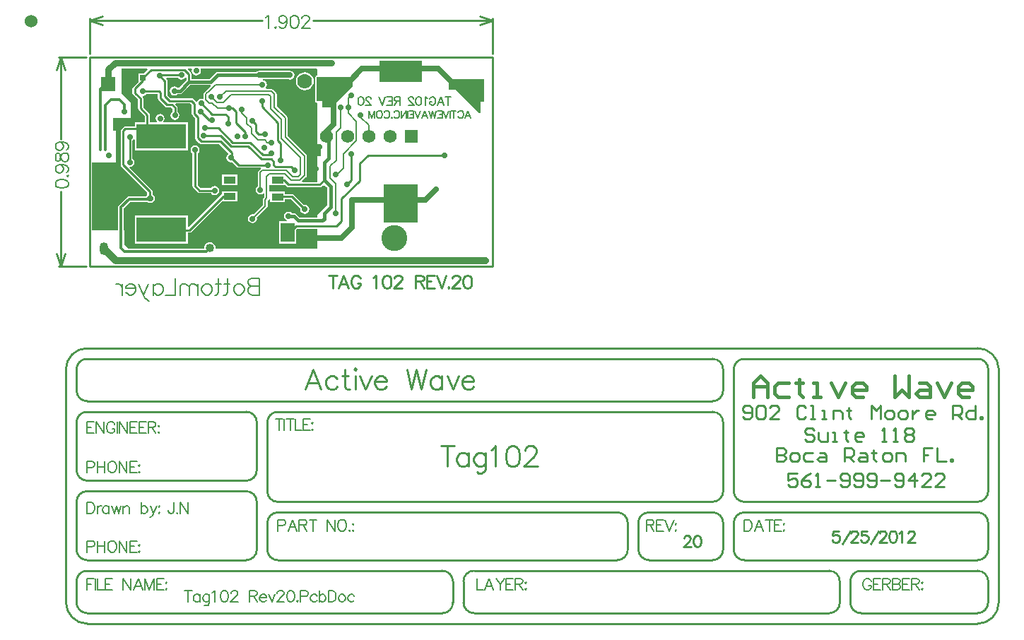
<source format=gbl>
%FSLAX25Y25*%
%MOIN*%
G70*
G01*
G75*
G04 Layer_Physical_Order=2*
G04 Layer_Color=16711680*
%ADD10C,0.03000*%
%ADD11R,0.03600X0.03600*%
%ADD12R,0.05000X0.03600*%
%ADD13R,0.08000X0.06000*%
%ADD14R,0.02362X0.02362*%
%ADD15C,0.04000*%
%ADD16R,0.07400X0.04500*%
%ADD17R,0.03600X0.03600*%
%ADD18R,0.03600X0.05000*%
%ADD19R,0.02000X0.05000*%
%ADD20R,0.06299X0.05906*%
%ADD21R,0.02362X0.10000*%
%ADD22R,0.02362X0.09000*%
%ADD23R,0.07000X0.02362*%
%ADD24R,0.09000X0.02362*%
%ADD25O,0.02400X0.08000*%
%ADD26R,0.01378X0.03543*%
%ADD27R,0.01378X0.03543*%
%ADD28O,0.01600X0.06000*%
%ADD29O,0.01600X0.06000*%
%ADD30R,0.03000X0.03000*%
%ADD31R,0.03000X0.03000*%
%ADD32C,0.01000*%
%ADD33C,0.01228*%
%ADD34C,0.02000*%
%ADD35C,0.01200*%
%ADD36C,0.00800*%
%ADD37C,0.01400*%
%ADD38C,0.01500*%
%ADD39C,0.02500*%
%ADD40C,0.01600*%
%ADD41C,0.00600*%
%ADD42C,0.00900*%
%ADD43C,0.00500*%
%ADD44C,0.12200*%
%ADD45C,0.07000*%
%ADD46O,0.04000X0.06000*%
%ADD47C,0.06200*%
%ADD48R,0.06200X0.06200*%
%ADD49C,0.06000*%
%ADD50C,0.02800*%
%ADD51R,0.05700X0.03500*%
%ADD52R,0.07000X0.07000*%
%ADD53R,0.06693X0.09055*%
%ADD54R,0.23622X0.11811*%
%ADD55R,0.16000X0.18000*%
%ADD56R,0.20000X0.10000*%
%ADD57C,0.02000*%
%ADD58C,0.03200*%
G36*
X-61300Y4100D02*
X-71400Y-6000D01*
X-75500D01*
Y-3100D01*
X-78200D01*
Y8200D01*
X-61300D01*
Y4100D01*
D02*
G37*
G36*
X700Y-3400D02*
X-900D01*
Y-8500D01*
X-1700D01*
X-12700Y2500D01*
X-15800D01*
Y7200D01*
X700D01*
Y-3400D01*
D02*
G37*
G36*
X-157980Y11851D02*
X-159730Y10100D01*
X-162400D01*
Y6130D01*
X-164765Y3765D01*
X-165030Y3368D01*
X-165123Y2900D01*
Y800D01*
X-165030Y332D01*
X-164765Y-65D01*
X-162523Y-2307D01*
Y-6400D01*
X-162430Y-6868D01*
X-162165Y-7265D01*
X-159423Y-10007D01*
Y-13047D01*
X-164011D01*
Y-14876D01*
X-168500D01*
X-168968Y-14970D01*
X-169365Y-15235D01*
X-170365Y-16235D01*
X-170630Y-16632D01*
X-170723Y-17100D01*
Y-33100D01*
X-170723Y-33100D01*
X-170723D01*
X-170630Y-33568D01*
X-170365Y-33965D01*
X-158124Y-46207D01*
Y-47326D01*
X-158214Y-47386D01*
X-158531Y-47860D01*
X-166700D01*
X-167213Y-47962D01*
X-167648Y-48252D01*
X-167648Y-48253D01*
X-171547Y-52153D01*
X-171838Y-52587D01*
X-171940Y-53100D01*
Y-63544D01*
X-172294Y-63898D01*
X-184177Y-63888D01*
Y-31888D01*
X-172813D01*
Y-16887D01*
X-174313D01*
Y-10887D01*
X-165813D01*
Y-3887D01*
X-170313Y612D01*
X-170310Y12313D01*
X-158171D01*
X-157980Y11851D01*
D02*
G37*
G36*
X-153123Y-1700D02*
X-153123Y-1700D01*
X-153123D01*
X-153030Y-2168D01*
X-152765Y-2565D01*
X-149765Y-5565D01*
X-149368Y-5830D01*
X-148900Y-5923D01*
X-147007D01*
X-146324Y-6607D01*
Y-8092D01*
X-146614Y-8286D01*
X-147078Y-8981D01*
X-147241Y-9800D01*
X-147078Y-10619D01*
X-146614Y-11314D01*
X-145919Y-11778D01*
X-145100Y-11941D01*
X-144281Y-11778D01*
X-143586Y-11314D01*
X-143122Y-10619D01*
X-142959Y-9800D01*
X-143122Y-8981D01*
X-143586Y-8286D01*
X-143877Y-8092D01*
Y-6100D01*
X-143970Y-5632D01*
X-144235Y-5235D01*
X-144235Y-5235D01*
D01*
D01*
D01*
D01*
X-144235Y-5235D01*
D01*
D01*
X-144235D01*
X-144884Y-4586D01*
X-144693Y-4123D01*
X-137807D01*
X-137124Y-4807D01*
Y-9000D01*
X-137124Y-9000D01*
X-137124D01*
X-137030Y-9468D01*
X-136765Y-9865D01*
X-135624Y-11007D01*
Y-20300D01*
X-135624Y-20300D01*
X-135624D01*
X-135530Y-20768D01*
X-135265Y-21165D01*
X-133465Y-22965D01*
X-133068Y-23230D01*
X-132600Y-23324D01*
X-124107D01*
X-119911Y-27519D01*
X-119960Y-28016D01*
X-120214Y-28186D01*
X-120678Y-28881D01*
X-120841Y-29700D01*
X-120678Y-30519D01*
X-120214Y-31214D01*
X-119519Y-31678D01*
X-118700Y-31841D01*
X-118274Y-31756D01*
X-115965Y-34065D01*
X-115568Y-34330D01*
X-115100Y-34424D01*
X-104731D01*
X-104586Y-34902D01*
X-104593Y-34907D01*
X-104593Y-34907D01*
X-105593Y-35907D01*
X-105836Y-36271D01*
X-105922Y-36700D01*
X-105922Y-36700D01*
Y-43124D01*
X-106314Y-43386D01*
X-106778Y-44081D01*
X-106941Y-44900D01*
X-106778Y-45719D01*
X-106314Y-46414D01*
X-105619Y-46878D01*
X-104800Y-47041D01*
X-103981Y-46878D01*
X-103363Y-46465D01*
X-102922Y-46701D01*
Y-48335D01*
X-103293Y-48707D01*
X-103536Y-49071D01*
X-103622Y-49500D01*
X-103622Y-49500D01*
Y-52035D01*
X-108037Y-56451D01*
X-108500Y-56359D01*
X-109319Y-56522D01*
X-110014Y-56986D01*
X-110478Y-57681D01*
X-110641Y-58500D01*
X-110478Y-59319D01*
X-110014Y-60014D01*
X-109319Y-60478D01*
X-108500Y-60641D01*
X-107681Y-60478D01*
X-106986Y-60014D01*
X-106522Y-59319D01*
X-106359Y-58500D01*
X-106451Y-58037D01*
X-101707Y-53293D01*
X-101707Y-53293D01*
X-101464Y-52929D01*
X-101378Y-52500D01*
X-101378Y-52500D01*
Y-49965D01*
X-101007Y-49593D01*
X-100764Y-49229D01*
X-100748Y-49148D01*
X-100250Y-49197D01*
Y-50600D01*
X-93150D01*
Y-49273D01*
X-90457D01*
X-85973Y-53757D01*
X-86041Y-54100D01*
X-85878Y-54919D01*
X-85414Y-55614D01*
X-84719Y-56078D01*
X-83900Y-56241D01*
X-83081Y-56078D01*
X-82386Y-55614D01*
X-81922Y-54919D01*
X-81759Y-54100D01*
X-81922Y-53281D01*
X-82386Y-52586D01*
X-83081Y-52122D01*
X-83900Y-51959D01*
X-84243Y-52027D01*
X-89085Y-47185D01*
X-89482Y-46920D01*
X-89950Y-46826D01*
X-93150D01*
Y-45700D01*
X-100250D01*
Y-45700D01*
X-100325D01*
X-100678Y-45346D01*
Y-42700D01*
X-100250D01*
Y-42700D01*
X-93150D01*
X-93150Y-42700D01*
Y-42700D01*
X-93065Y-42665D01*
X-92465Y-43265D01*
X-92068Y-43530D01*
X-91600Y-43624D01*
X-77800D01*
X-77800Y-43700D01*
X-73391D01*
X-73300Y-43791D01*
Y-52000D01*
X-77800Y-56500D01*
Y-57922D01*
X-86288D01*
X-87955Y-56255D01*
X-88434Y-55934D01*
Y-55934D01*
X-88434D01*
D01*
D01*
D01*
D01*
X-88434D01*
Y-55934D01*
D01*
D01*
X-88434Y-55934D01*
X-88434Y-55934D01*
X-88434Y-55934D01*
X-88434D01*
X-89000Y-55822D01*
X-89962D01*
X-89986Y-55786D01*
X-90681Y-55322D01*
X-91500Y-55159D01*
X-92319Y-55322D01*
X-93014Y-55786D01*
X-93478Y-56481D01*
X-93641Y-57300D01*
X-93478Y-58119D01*
X-93014Y-58814D01*
X-92319Y-59278D01*
X-92418Y-59772D01*
X-95948D01*
Y-70228D01*
X-87855D01*
Y-63684D01*
X-87395Y-63223D01*
X-77800D01*
Y-72800D01*
X-125650D01*
X-125980Y-72424D01*
X-125977Y-72400D01*
X-126069Y-71695D01*
X-126342Y-71038D01*
X-126774Y-70474D01*
X-127338Y-70042D01*
X-127995Y-69770D01*
X-128700Y-69677D01*
X-129405Y-69770D01*
X-130062Y-70042D01*
X-130626Y-70474D01*
X-131058Y-71038D01*
X-131331Y-71695D01*
X-131423Y-72400D01*
X-131564Y-72560D01*
X-167140D01*
X-169100Y-70600D01*
Y-63900D01*
X-169260Y-63900D01*
Y-53655D01*
X-166145Y-50540D01*
X-158255D01*
X-157661Y-50937D01*
X-156900Y-51088D01*
X-156139Y-50937D01*
X-156124Y-50927D01*
X-155881Y-50878D01*
X-155186Y-50414D01*
X-154722Y-49719D01*
X-154559Y-48900D01*
X-154722Y-48081D01*
X-155186Y-47386D01*
X-155676Y-47058D01*
Y-45700D01*
X-155770Y-45232D01*
X-156035Y-44835D01*
X-156035Y-44835D01*
D01*
D01*
D01*
D01*
X-156035Y-44835D01*
D01*
D01*
X-156035D01*
X-166549Y-34320D01*
X-166400Y-34041D01*
X-165581Y-33878D01*
X-164886Y-33414D01*
X-164422Y-32719D01*
X-164259Y-31900D01*
X-164422Y-31081D01*
X-164886Y-30386D01*
X-165176Y-30192D01*
Y-21808D01*
X-164886Y-21614D01*
X-164489Y-21021D01*
X-164011Y-21166D01*
Y-26258D01*
X-138989D01*
Y-13047D01*
X-150278D01*
X-150514Y-12606D01*
X-150122Y-12019D01*
X-149959Y-11200D01*
X-150122Y-10381D01*
X-150586Y-9686D01*
X-151281Y-9222D01*
X-152100Y-9059D01*
X-152919Y-9222D01*
X-153614Y-9686D01*
X-154078Y-10381D01*
X-154241Y-11200D01*
X-154078Y-12019D01*
X-153686Y-12606D01*
X-153922Y-13047D01*
X-156976D01*
Y-9500D01*
X-157070Y-9032D01*
X-157335Y-8635D01*
X-160076Y-5893D01*
Y-1800D01*
X-160170Y-1332D01*
X-160276Y-1173D01*
X-160435Y-935D01*
X-160221Y-534D01*
X-160186Y-541D01*
X-159367Y-378D01*
X-158672Y86D01*
X-158478Y377D01*
X-153123D01*
Y-1700D01*
D02*
G37*
G36*
X-139724Y7966D02*
Y6867D01*
X-143312Y3278D01*
X-143862D01*
X-143886Y3314D01*
X-144581Y3778D01*
X-145400Y3941D01*
X-146219Y3778D01*
X-146914Y3314D01*
X-147378Y2619D01*
X-147541Y1800D01*
X-147378Y981D01*
X-146914Y286D01*
X-146219Y-178D01*
X-145400Y-341D01*
X-144581Y-178D01*
X-143886Y286D01*
X-143862Y322D01*
X-142700D01*
X-142134Y434D01*
X-141655Y755D01*
Y755D01*
X-141655D01*
D01*
D01*
D01*
D01*
D01*
D01*
X-141655D01*
D01*
X-141655D01*
Y755D01*
D01*
D01*
D01*
D01*
Y755D01*
D01*
D01*
D01*
D01*
D01*
D01*
Y755D01*
D01*
D01*
X-141655D01*
D01*
D01*
D01*
X-137888Y4522D01*
X-128418D01*
X-128226Y4060D01*
X-129493Y2793D01*
X-129493Y2793D01*
X-131293Y993D01*
X-131536Y629D01*
X-131622Y200D01*
X-131622Y200D01*
Y-1779D01*
X-132008Y-2097D01*
X-132700Y-1959D01*
X-133519Y-2122D01*
X-134214Y-2586D01*
X-134664Y-3259D01*
X-134745Y-3267D01*
X-135316Y-3154D01*
X-136435Y-2035D01*
X-136832Y-1770D01*
X-137300Y-1677D01*
X-147193D01*
X-148677Y-193D01*
Y6400D01*
X-148770Y6868D01*
X-149035Y7265D01*
X-149035Y7265D01*
D01*
D01*
D01*
D01*
X-149035Y7265D01*
X-149035D01*
X-149284Y7514D01*
X-149093Y7976D01*
X-143708D01*
X-143514Y7686D01*
X-142819Y7222D01*
X-142000Y7059D01*
X-141181Y7222D01*
X-140486Y7686D01*
X-140202Y8111D01*
X-139724Y7966D01*
D02*
G37*
G36*
X-77810Y11959D02*
X-77811Y8914D01*
X-78200D01*
X-78473Y8859D01*
X-78705Y8705D01*
X-78859Y8473D01*
X-78914Y8200D01*
Y-3100D01*
X-78859Y-3373D01*
X-78705Y-3605D01*
X-78473Y-3759D01*
X-78200Y-3814D01*
X-78168D01*
X-77814Y-4167D01*
X-77819Y-23413D01*
X-76319D01*
Y-29013D01*
X-77819D01*
X-77804Y-40823D01*
X-78157Y-41177D01*
X-84937D01*
X-85128Y-40715D01*
X-83307Y-38893D01*
X-83307Y-38893D01*
X-83064Y-38529D01*
D01*
D01*
D01*
Y-38529D01*
X-83064D01*
D01*
D01*
D01*
D01*
X-83064D01*
D01*
D01*
D01*
D01*
Y-38529D01*
X-83064D01*
D01*
Y-38529D01*
D01*
D01*
D01*
D01*
D01*
D01*
D01*
D01*
D01*
D01*
D01*
D01*
Y-38529D01*
D01*
X-83064D01*
D01*
D01*
D01*
D01*
X-83064Y-38529D01*
X-82978Y-38100D01*
X-82978Y-38100D01*
Y-28855D01*
X-82978Y-28854D01*
X-83064Y-28425D01*
X-83307Y-28061D01*
X-91878Y-19490D01*
Y-11100D01*
X-91878Y-11100D01*
X-91964Y-10671D01*
X-92207Y-10307D01*
X-97078Y-5435D01*
Y300D01*
X-97078Y300D01*
X-97164Y729D01*
X-97407Y1093D01*
X-97407Y1093D01*
X-98807Y2493D01*
X-99171Y2736D01*
X-99600Y2822D01*
X-99600Y2822D01*
X-101976D01*
X-102286Y3286D01*
X-101822Y3981D01*
X-101659Y4800D01*
X-101822Y5619D01*
X-102286Y6314D01*
X-102981Y6778D01*
X-103800Y6941D01*
X-103529Y7212D01*
X-91669D01*
X-90900Y7059D01*
X-90081Y7222D01*
X-89386Y7686D01*
X-88922Y8381D01*
X-88759Y9200D01*
X-88922Y10019D01*
X-89386Y10714D01*
X-90081Y11178D01*
X-90900Y11341D01*
X-91669Y11188D01*
X-104631D01*
X-105400Y11341D01*
X-106219Y11178D01*
X-106914Y10714D01*
X-106938Y10678D01*
X-125000D01*
X-125472Y10584D01*
X-125566Y10566D01*
X-126045Y10245D01*
X-128812Y7478D01*
X-137276D01*
Y9600D01*
X-137370Y10068D01*
X-137635Y10465D01*
X-137635Y10465D01*
D01*
D01*
D01*
D01*
X-137635Y10465D01*
D01*
D01*
X-137635D01*
X-139020Y11851D01*
X-138829Y12313D01*
X-137334D01*
X-137017Y11926D01*
X-137141Y11300D01*
X-136978Y10481D01*
X-136514Y9786D01*
X-135819Y9322D01*
X-135000Y9159D01*
X-134181Y9322D01*
X-133486Y9786D01*
X-133022Y10481D01*
X-132859Y11300D01*
X-133022Y12119D01*
X-132919Y12313D01*
X-78164D01*
X-77810Y11959D01*
D02*
G37*
%LPC*%
G36*
X-115750Y-45500D02*
X-122850D01*
Y-46908D01*
X-123115Y-47085D01*
X-138527Y-62497D01*
X-138989Y-62305D01*
Y-57142D01*
X-164011D01*
Y-70353D01*
X-138989D01*
Y-65071D01*
X-138147D01*
X-137679Y-64978D01*
X-137282Y-64712D01*
X-122935Y-50365D01*
X-122850Y-50400D01*
Y-50400D01*
X-122850Y-50400D01*
X-115750D01*
Y-45500D01*
D02*
G37*
G36*
X-135600Y-23859D02*
X-136419Y-24022D01*
X-137114Y-24486D01*
X-137578Y-25181D01*
X-137741Y-26000D01*
X-137578Y-26819D01*
X-137114Y-27514D01*
X-136823Y-27708D01*
Y-43100D01*
X-136823Y-43100D01*
X-136823D01*
X-136730Y-43568D01*
X-136465Y-43965D01*
X-134365Y-46065D01*
X-134365Y-46065D01*
X-134365D01*
X-134365Y-46065D01*
X-134365D01*
X-134365Y-46065D01*
Y-46065D01*
Y-46065D01*
D01*
D01*
X-134365D01*
Y-46065D01*
X-133968Y-46330D01*
X-133500Y-46424D01*
X-128008D01*
X-127814Y-46714D01*
X-127119Y-47178D01*
X-126300Y-47341D01*
X-125481Y-47178D01*
X-124786Y-46714D01*
X-124322Y-46019D01*
X-124159Y-45200D01*
X-124322Y-44381D01*
X-124786Y-43686D01*
X-125481Y-43222D01*
X-126300Y-43059D01*
X-127119Y-43222D01*
X-127814Y-43686D01*
X-128008Y-43977D01*
X-132993D01*
X-134377Y-42593D01*
Y-27708D01*
X-134086Y-27514D01*
X-133622Y-26819D01*
X-133459Y-26000D01*
X-133622Y-25181D01*
X-134086Y-24486D01*
X-134781Y-24022D01*
X-135600Y-23859D01*
D02*
G37*
G36*
X-83800Y10636D02*
X-84896Y10492D01*
X-85918Y10069D01*
X-86796Y9396D01*
X-87469Y8518D01*
X-87892Y7496D01*
X-88036Y6400D01*
X-87892Y5304D01*
X-87469Y4282D01*
X-86796Y3404D01*
X-85918Y2731D01*
X-84896Y2308D01*
X-83800Y2164D01*
X-82704Y2308D01*
X-81682Y2731D01*
X-80805Y3404D01*
X-80131Y4282D01*
X-79708Y5304D01*
X-79564Y6400D01*
X-79708Y7496D01*
X-80131Y8518D01*
X-80805Y9396D01*
X-81682Y10069D01*
X-82704Y10492D01*
X-83800Y10636D01*
D02*
G37*
G36*
X-115750Y-37800D02*
X-122850D01*
Y-42700D01*
X-115750D01*
Y-37800D01*
D02*
G37*
%LPD*%
D10*
X-176500Y4900D02*
Y11900D01*
X-173400Y15000D01*
X-71400D01*
D15*
X-128700Y-72400D02*
D03*
D31*
X-160200Y7900D02*
D03*
X-166200D02*
D03*
D32*
X-156900Y-49100D02*
Y-45700D01*
X-76800Y-42400D02*
X-74700Y-40300D01*
X-91600Y-42400D02*
X-76800D01*
X-66500Y-49000D02*
X-58000Y-40500D01*
X-66500Y-59500D02*
Y-49000D01*
X-69000Y-62000D02*
X-66500Y-59500D01*
X-87902Y-62000D02*
X-69000D01*
X-91402Y-65500D02*
X-87902Y-62000D01*
X-91902Y-66000D02*
X-91402Y-65500D01*
X-158200Y-16100D02*
Y-9500D01*
X-159047Y-19653D02*
X-151500D01*
X-162600Y-16100D02*
X-159047Y-19653D01*
X-169500Y-33100D02*
Y-17100D01*
Y-33100D02*
X-156900Y-45700D01*
X-169500Y-17100D02*
X-168500Y-16100D01*
X-162600D01*
X-152400Y9200D02*
X-142000D01*
X-161300Y-6400D02*
Y-1800D01*
Y-6400D02*
X-158200Y-9500D01*
X-163900Y800D02*
X-161300Y-1800D01*
X-163900Y800D02*
Y2900D01*
X-160200Y6600D02*
Y7900D01*
X-163900Y2900D02*
X-160200Y6600D01*
X-149900Y-700D02*
Y6400D01*
X-166200Y5600D02*
Y7900D01*
X-167700Y4100D02*
X-166200Y5600D01*
X-138500Y6000D02*
Y9600D01*
X-140700Y11800D02*
X-138500Y9600D01*
X-156300Y11800D02*
X-140700D01*
X-160200Y7900D02*
X-156300Y11800D01*
X-167700Y2000D02*
X-167500Y2200D01*
X-167700Y2000D02*
Y4100D01*
X-149900Y-700D02*
X-147700Y-2900D01*
X-135600Y-43100D02*
X-133500Y-45200D01*
X-126300D01*
X-135600Y-43100D02*
Y-26000D01*
X-166400Y-31900D02*
Y-20100D01*
X-138147Y-63847D02*
X-122250Y-47950D01*
X-119300D01*
X-150300Y-63847D02*
X-138147D01*
X-93750Y-40250D02*
X-91600Y-42400D01*
X-96700Y-40250D02*
X-93750D01*
X-96700Y-48150D02*
X-96600Y-48050D01*
X-110500Y-24300D02*
X-104400Y-30400D01*
X-89950Y-48050D02*
X-83900Y-54100D01*
X-96600Y-48050D02*
X-89950D01*
X-116200Y-13200D02*
Y-7900D01*
X-111900Y-19700D02*
Y-17500D01*
X-116200Y-13200D02*
X-111900Y-17500D01*
X-127600Y-9200D02*
X-121300D01*
X-132700Y-4100D02*
X-127600Y-9200D01*
X-118700Y-24300D02*
X-110500D01*
X-123700Y-19300D02*
X-118700Y-24300D01*
X-131500Y-19300D02*
X-123700D01*
X-124700Y-15600D02*
X-117800Y-22500D01*
X-103700Y-28300D02*
X-100100D01*
X-109500Y-22500D02*
X-103700Y-28300D01*
X-117800Y-22500D02*
X-109500D01*
X-130800Y-15600D02*
X-124700D01*
X-120100Y-13600D02*
Y-10400D01*
X-121300Y-9200D02*
X-120100Y-10400D01*
X-117800Y-6300D02*
X-116200Y-7900D01*
X-119600Y-6300D02*
X-117800D01*
X-100100Y-28300D02*
X-99500Y-27700D01*
X-127800Y-1100D02*
X-127754D01*
X-145100Y-9800D02*
Y-6100D01*
X-148900Y-4700D02*
X-146500D01*
X-151900Y-1700D02*
X-148900Y-4700D01*
X-146500D02*
X-145100Y-6100D01*
X-160186Y1600D02*
X-152600D01*
X-151900Y900D01*
Y-1700D02*
Y900D01*
X-152400Y8900D02*
X-149900Y6400D01*
X-137300Y-2900D02*
X-135867Y-4333D01*
X-147700Y-2900D02*
X-137300D01*
X-129000Y-12000D02*
X-127500D01*
X-133000Y-8000D02*
X-129000Y-12000D01*
X-64100Y-42400D02*
X-62100Y-40400D01*
Y-28000D01*
X-58000Y-32400D02*
X-54100Y-28500D01*
X-58000Y-40500D02*
Y-32400D01*
X-54100Y-28500D02*
X-18000D01*
X-90300Y-34000D02*
X-88600Y-35700D01*
X-135900Y-9000D02*
Y-4366D01*
Y-9000D02*
X-134400Y-10500D01*
X-118300Y-30000D02*
X-115100Y-33200D01*
X-123600Y-22100D02*
X-118300Y-27400D01*
Y-30000D02*
Y-27400D01*
X-134400Y-20300D02*
Y-10500D01*
Y-20300D02*
X-132600Y-22100D01*
X-123600D01*
X-115100Y-33200D02*
X-101400D01*
X-98500D02*
X-97700Y-34000D01*
X-98500Y-33200D02*
Y-31600D01*
X-97700Y-34000D02*
X-90300D01*
X-99700Y-30400D02*
X-98500Y-31600D01*
X-104400Y-30400D02*
X-99700D01*
X-105700Y-18600D02*
X-102700D01*
X-108500Y-12400D02*
X-107000Y-13900D01*
Y-17300D02*
Y-13900D01*
Y-17300D02*
X-105700Y-18600D01*
X-95200Y-30900D02*
Y-23000D01*
X-96700Y-21500D02*
X-95200Y-23000D01*
X-96700Y-21500D02*
Y-13200D01*
X-104100Y-5800D02*
X-96700Y-13200D01*
X-104100Y-5800D02*
Y-3100D01*
X-200000Y17800D02*
X-186900D01*
X-200000Y-81100D02*
X-186900D01*
X-199000Y-20838D02*
Y17800D01*
Y-81100D02*
Y-45662D01*
X-201000Y11800D02*
X-199000Y17800D01*
X-197000Y11800D01*
X-199000Y-81100D02*
X-197000Y-75100D01*
X-201000D02*
X-199000Y-81100D01*
X4800Y19300D02*
Y36000D01*
X-185400Y19300D02*
Y36000D01*
X-79817Y35000D02*
X4800D01*
X-185400D02*
X-103983D01*
X-1200Y37000D02*
X4800Y35000D01*
X-1200Y33000D02*
X4800Y35000D01*
X-185400D02*
X-179400Y33000D01*
X-185400Y35000D02*
X-179400Y37000D01*
X4800Y-81100D02*
Y17800D01*
X-185400D02*
X4800D01*
X-185400Y-81100D02*
X4800D01*
X-185400D02*
Y17800D01*
X-70600Y-85201D02*
Y-91200D01*
X-72600Y-85201D02*
X-68601D01*
X-63316Y-91200D02*
X-65601Y-85201D01*
X-67887Y-91200D01*
X-67030Y-89200D02*
X-64173D01*
X-57632Y-86629D02*
X-57917Y-86058D01*
X-58489Y-85487D01*
X-59060Y-85201D01*
X-60203D01*
X-60774Y-85487D01*
X-61345Y-86058D01*
X-61631Y-86629D01*
X-61917Y-87486D01*
Y-88915D01*
X-61631Y-89772D01*
X-61345Y-90343D01*
X-60774Y-90914D01*
X-60203Y-91200D01*
X-59060D01*
X-58489Y-90914D01*
X-57917Y-90343D01*
X-57632Y-89772D01*
Y-88915D01*
X-59060D02*
X-57632D01*
X-51547Y-86344D02*
X-50976Y-86058D01*
X-50119Y-85201D01*
Y-91200D01*
X-45434Y-85201D02*
X-46291Y-85487D01*
X-46863Y-86344D01*
X-47148Y-87772D01*
Y-88629D01*
X-46863Y-90057D01*
X-46291Y-90914D01*
X-45434Y-91200D01*
X-44863D01*
X-44006Y-90914D01*
X-43435Y-90057D01*
X-43149Y-88629D01*
Y-87772D01*
X-43435Y-86344D01*
X-44006Y-85487D01*
X-44863Y-85201D01*
X-45434D01*
X-41521Y-86629D02*
Y-86344D01*
X-41235Y-85773D01*
X-40950Y-85487D01*
X-40378Y-85201D01*
X-39236D01*
X-38664Y-85487D01*
X-38379Y-85773D01*
X-38093Y-86344D01*
Y-86915D01*
X-38379Y-87486D01*
X-38950Y-88344D01*
X-41807Y-91200D01*
X-37808D01*
X-31752Y-85201D02*
Y-91200D01*
Y-85201D02*
X-29181D01*
X-28324Y-85487D01*
X-28038Y-85773D01*
X-27753Y-86344D01*
Y-86915D01*
X-28038Y-87486D01*
X-28324Y-87772D01*
X-29181Y-88058D01*
X-31752D01*
X-29752D02*
X-27753Y-91200D01*
X-22696Y-85201D02*
X-26410D01*
Y-91200D01*
X-22696D01*
X-26410Y-88058D02*
X-24125D01*
X-21697Y-85201D02*
X-19411Y-91200D01*
X-17126Y-85201D02*
X-19411Y-91200D01*
X-16069Y-90629D02*
X-16355Y-90914D01*
X-16069Y-91200D01*
X-15784Y-90914D01*
X-16069Y-90629D01*
X-14184Y-86629D02*
Y-86344D01*
X-13898Y-85773D01*
X-13613Y-85487D01*
X-13041Y-85201D01*
X-11899D01*
X-11327Y-85487D01*
X-11042Y-85773D01*
X-10756Y-86344D01*
Y-86915D01*
X-11042Y-87486D01*
X-11613Y-88344D01*
X-14470Y-91200D01*
X-10470D01*
X-7414Y-85201D02*
X-8271Y-85487D01*
X-8842Y-86344D01*
X-9128Y-87772D01*
Y-88629D01*
X-8842Y-90057D01*
X-8271Y-90914D01*
X-7414Y-91200D01*
X-6843D01*
X-5986Y-90914D01*
X-5414Y-90057D01*
X-5129Y-88629D01*
Y-87772D01*
X-5414Y-86344D01*
X-5986Y-85487D01*
X-6843Y-85201D01*
X-7414D01*
X-14008Y-229618D02*
G03*
X-19008Y-224618I-5000J0D01*
G01*
X-18892Y-244618D02*
G03*
X-14010Y-239650I84J4800D01*
G01*
X-4008Y-224618D02*
G03*
X-9008Y-229618I0J-5000D01*
G01*
Y-239618D02*
G03*
X-4095Y-244617I5000J0D01*
G01*
X168492Y-229618D02*
G03*
X163492Y-224618I-5000J0D01*
G01*
X163608Y-244618D02*
G03*
X168490Y-239650I84J4800D01*
G01*
X173492Y-239718D02*
G03*
X178478Y-244617I4900J0D01*
G01*
X178492Y-224618D02*
G03*
X173492Y-229618I0J-5000D01*
G01*
X-106508Y-154518D02*
G03*
X-111408Y-149618I-4900J0D01*
G01*
X-111308Y-182118D02*
G03*
X-106508Y-177318I0J4800D01*
G01*
Y-192018D02*
G03*
X-111579Y-187121I-4900J0D01*
G01*
X-101508Y-187218D02*
G03*
X-96608Y-192118I4900J0D01*
G01*
X-101508Y-214718D02*
G03*
X-96608Y-219618I4900J0D01*
G01*
X-111408D02*
G03*
X-106508Y-214718I0J4900D01*
G01*
X68492Y-202018D02*
G03*
X63592Y-197118I-4900J0D01*
G01*
Y-219618D02*
G03*
X68491Y-214632I0J4900D01*
G01*
X73492Y-214518D02*
G03*
X78503Y-219617I5100J0D01*
G01*
X78292Y-197118D02*
G03*
X73499Y-202169I0J-4800D01*
G01*
X-96508Y-197118D02*
G03*
X-101508Y-202118I0J-5000D01*
G01*
X-96508Y-149618D02*
G03*
X-101508Y-154618I0J-5000D01*
G01*
X-191508Y-214618D02*
G03*
X-186595Y-219617I5000J0D01*
G01*
X-186508Y-187118D02*
G03*
X-191508Y-192118I0J-5000D01*
G01*
Y-177118D02*
G03*
X-186508Y-182118I5000J0D01*
G01*
Y-149618D02*
G03*
X-191508Y-154618I0J-5000D01*
G01*
Y-139618D02*
G03*
X-186508Y-144618I5000J0D01*
G01*
Y-124618D02*
G03*
X-191508Y-129618I0J-5000D01*
G01*
X113492D02*
G03*
X108492Y-124618I-5000J0D01*
G01*
X123492D02*
G03*
X118492Y-129618I0J-5000D01*
G01*
X108492Y-144618D02*
G03*
X113492Y-139618I0J5000D01*
G01*
Y-154618D02*
G03*
X108492Y-149618I-5000J0D01*
G01*
X-186508Y-224618D02*
G03*
X-191508Y-229618I0J-5000D01*
G01*
X108579Y-192118D02*
G03*
X113493Y-187118I-87J5000D01*
G01*
X-191508Y-239618D02*
G03*
X-186595Y-244617I5000J0D01*
G01*
X113492Y-202018D02*
G03*
X108592Y-197118I-4900J0D01*
G01*
X118492Y-214718D02*
G03*
X123477Y-219617I4900J0D01*
G01*
X108492Y-219618D02*
G03*
X113492Y-214618I0J5000D01*
G01*
X233492Y-244618D02*
G03*
X238492Y-239618I0J5000D01*
G01*
X238492Y-229530D02*
G03*
X233492Y-224617I-5000J-87D01*
G01*
Y-219618D02*
G03*
X238492Y-214618I0J5000D01*
G01*
Y-129518D02*
G03*
X233421Y-124621I-4900J0D01*
G01*
X243492Y-129618D02*
G03*
X233492Y-119618I-10000J0D01*
G01*
Y-249618D02*
G03*
X243492Y-239618I0J10000D01*
G01*
X-196508Y-239518D02*
G03*
X-186584Y-249616I10100J0D01*
G01*
X-186508Y-119618D02*
G03*
X-196508Y-129618I0J-10000D01*
G01*
X118492Y-187118D02*
G03*
X123492Y-192118I5000J0D01*
G01*
X233492D02*
G03*
X238492Y-187118I0J5000D01*
G01*
X123492Y-197118D02*
G03*
X118492Y-202118I0J-5000D01*
G01*
X238492Y-202018D02*
G03*
X233592Y-197118I-4900J0D01*
G01*
X-4008Y-244618D02*
X163492D01*
X-186508D02*
X-19008D01*
X-186508Y-224618D02*
X-19008D01*
X-4008D02*
X163492D01*
X178492Y-244618D02*
X233492D01*
X178492Y-224618D02*
X233492D01*
X-186508Y-124618D02*
X108492D01*
X-186508Y-249618D02*
X233492D01*
X-186508Y-119618D02*
X233492D01*
X-186508Y-219618D02*
X-111508D01*
X-186508Y-187118D02*
X-111508D01*
X-186508Y-182118D02*
X-111508D01*
X-186508Y-149618D02*
X-111508D01*
X-186508Y-144618D02*
X108492D01*
X-96508Y-149618D02*
X108492D01*
X-96508Y-197118D02*
X63492D01*
X-96508Y-219618D02*
X63492D01*
X78492D02*
X108492D01*
X78492Y-197118D02*
X108492D01*
X123492Y-219618D02*
X233492D01*
X123492Y-124618D02*
X233492D01*
X-96508Y-192118D02*
X108492D01*
X123492D02*
X233492D01*
X123492Y-197118D02*
X233492D01*
X-14008Y-239618D02*
Y-229618D01*
X-9008Y-239618D02*
Y-229618D01*
X168492Y-239618D02*
Y-229618D01*
X173492Y-239618D02*
Y-229618D01*
X243492Y-239618D02*
Y-129618D01*
X-191508Y-214618D02*
Y-192118D01*
X-106508Y-214618D02*
Y-192118D01*
X-191508Y-177118D02*
Y-154618D01*
X-106508Y-177118D02*
Y-154618D01*
X-191508Y-139618D02*
Y-129618D01*
X113492Y-139618D02*
Y-129618D01*
Y-187118D02*
Y-154618D01*
X-101508Y-187118D02*
Y-154618D01*
X68492Y-214618D02*
Y-202118D01*
X-101508Y-214618D02*
Y-202118D01*
X73492Y-214618D02*
Y-202118D01*
X113492Y-214618D02*
Y-202118D01*
X238492Y-239618D02*
Y-229618D01*
X-191508Y-239618D02*
Y-229618D01*
X-196508Y-239618D02*
Y-129618D01*
X118492Y-187118D02*
Y-129618D01*
X238492Y-187118D02*
Y-129618D01*
X118492Y-214618D02*
Y-202118D01*
X238492Y-214618D02*
Y-202018D01*
X138652Y-166692D02*
Y-173090D01*
X141851D01*
X142918Y-172023D01*
Y-170957D01*
X141851Y-169891D01*
X138652D01*
X141851D01*
X142918Y-168825D01*
Y-167758D01*
X141851Y-166692D01*
X138652D01*
X146116Y-173090D02*
X148249D01*
X149316Y-172023D01*
Y-169891D01*
X148249Y-168825D01*
X146116D01*
X145050Y-169891D01*
Y-172023D01*
X146116Y-173090D01*
X155713Y-168825D02*
X152514D01*
X151448Y-169891D01*
Y-172023D01*
X152514Y-173090D01*
X155713D01*
X158912Y-168825D02*
X161045D01*
X162111Y-169891D01*
Y-173090D01*
X158912D01*
X157846Y-172023D01*
X158912Y-170957D01*
X162111D01*
X170642Y-173090D02*
Y-166692D01*
X173841D01*
X174907Y-167758D01*
Y-169891D01*
X173841Y-170957D01*
X170642D01*
X172775D02*
X174907Y-173090D01*
X178106Y-168825D02*
X180239D01*
X181305Y-169891D01*
Y-173090D01*
X178106D01*
X177040Y-172023D01*
X178106Y-170957D01*
X181305D01*
X184504Y-167758D02*
Y-168825D01*
X183438D01*
X185570D01*
X184504D01*
Y-172023D01*
X185570Y-173090D01*
X189836D02*
X191968D01*
X193035Y-172023D01*
Y-169891D01*
X191968Y-168825D01*
X189836D01*
X188769Y-169891D01*
Y-172023D01*
X189836Y-173090D01*
X195167D02*
Y-168825D01*
X198366D01*
X199433Y-169891D01*
Y-173090D01*
X212228Y-166692D02*
X207963D01*
Y-169891D01*
X210096D01*
X207963D01*
Y-173090D01*
X214361Y-166692D02*
Y-173090D01*
X218626D01*
X220759D02*
Y-172023D01*
X221825D01*
Y-173090D01*
X220759D01*
X122652Y-152023D02*
X123719Y-153090D01*
X125851D01*
X126918Y-152023D01*
Y-147758D01*
X125851Y-146692D01*
X123719D01*
X122652Y-147758D01*
Y-148825D01*
X123719Y-149891D01*
X126918D01*
X129050Y-147758D02*
X130116Y-146692D01*
X132249D01*
X133316Y-147758D01*
Y-152023D01*
X132249Y-153090D01*
X130116D01*
X129050Y-152023D01*
Y-147758D01*
X139713Y-153090D02*
X135448D01*
X139713Y-148825D01*
Y-147758D01*
X138647Y-146692D01*
X136514D01*
X135448Y-147758D01*
X152509D02*
X151443Y-146692D01*
X149310D01*
X148244Y-147758D01*
Y-152023D01*
X149310Y-153090D01*
X151443D01*
X152509Y-152023D01*
X154642Y-153090D02*
X156774D01*
X155708D01*
Y-146692D01*
X154642D01*
X159974Y-153090D02*
X162106D01*
X161040D01*
Y-148825D01*
X159974D01*
X165305Y-153090D02*
Y-148825D01*
X168504D01*
X169570Y-149891D01*
Y-153090D01*
X172769Y-147758D02*
Y-148825D01*
X171703D01*
X173836D01*
X172769D01*
Y-152023D01*
X173836Y-153090D01*
X183433D02*
Y-146692D01*
X185565Y-148825D01*
X187698Y-146692D01*
Y-153090D01*
X190897D02*
X193029D01*
X194096Y-152023D01*
Y-149891D01*
X193029Y-148825D01*
X190897D01*
X189831Y-149891D01*
Y-152023D01*
X190897Y-153090D01*
X197295D02*
X199427D01*
X200494Y-152023D01*
Y-149891D01*
X199427Y-148825D01*
X197295D01*
X196228Y-149891D01*
Y-152023D01*
X197295Y-153090D01*
X202626Y-148825D02*
Y-153090D01*
Y-150957D01*
X203693Y-149891D01*
X204759Y-148825D01*
X205825D01*
X212223Y-153090D02*
X210091D01*
X209024Y-152023D01*
Y-149891D01*
X210091Y-148825D01*
X212223D01*
X213290Y-149891D01*
Y-150957D01*
X209024D01*
X221820Y-153090D02*
Y-146692D01*
X225019D01*
X226085Y-147758D01*
Y-149891D01*
X225019Y-150957D01*
X221820D01*
X223953D02*
X226085Y-153090D01*
X232483Y-146692D02*
Y-153090D01*
X229284D01*
X228218Y-152023D01*
Y-149891D01*
X229284Y-148825D01*
X232483D01*
X234616Y-153090D02*
Y-152023D01*
X235682D01*
Y-153090D01*
X234616D01*
X148417Y-178692D02*
X144152D01*
Y-181891D01*
X146285Y-180824D01*
X147351D01*
X148417Y-181891D01*
Y-184023D01*
X147351Y-185090D01*
X145219D01*
X144152Y-184023D01*
X154815Y-178692D02*
X152683Y-179758D01*
X150550Y-181891D01*
Y-184023D01*
X151617Y-185090D01*
X153749D01*
X154815Y-184023D01*
Y-182957D01*
X153749Y-181891D01*
X150550D01*
X156948Y-185090D02*
X159081D01*
X158014D01*
Y-178692D01*
X156948Y-179758D01*
X162280Y-181891D02*
X166545D01*
X168678Y-184023D02*
X169744Y-185090D01*
X171877D01*
X172943Y-184023D01*
Y-179758D01*
X171877Y-178692D01*
X169744D01*
X168678Y-179758D01*
Y-180824D01*
X169744Y-181891D01*
X172943D01*
X175076Y-184023D02*
X176142Y-185090D01*
X178275D01*
X179341Y-184023D01*
Y-179758D01*
X178275Y-178692D01*
X176142D01*
X175076Y-179758D01*
Y-180824D01*
X176142Y-181891D01*
X179341D01*
X181474Y-184023D02*
X182540Y-185090D01*
X184672D01*
X185739Y-184023D01*
Y-179758D01*
X184672Y-178692D01*
X182540D01*
X181474Y-179758D01*
Y-180824D01*
X182540Y-181891D01*
X185739D01*
X187871D02*
X192137D01*
X194269Y-184023D02*
X195336Y-185090D01*
X197468D01*
X198535Y-184023D01*
Y-179758D01*
X197468Y-178692D01*
X195336D01*
X194269Y-179758D01*
Y-180824D01*
X195336Y-181891D01*
X198535D01*
X203866Y-185090D02*
Y-178692D01*
X200667Y-181891D01*
X204933D01*
X211331Y-185090D02*
X207065D01*
X211331Y-180824D01*
Y-179758D01*
X210264Y-178692D01*
X208132D01*
X207065Y-179758D01*
X217728Y-185090D02*
X213463D01*
X217728Y-180824D01*
Y-179758D01*
X216662Y-178692D01*
X214529D01*
X213463Y-179758D01*
X156418Y-158258D02*
X155351Y-157192D01*
X153219D01*
X152152Y-158258D01*
Y-159325D01*
X153219Y-160391D01*
X155351D01*
X156418Y-161457D01*
Y-162523D01*
X155351Y-163590D01*
X153219D01*
X152152Y-162523D01*
X158550Y-159325D02*
Y-162523D01*
X159616Y-163590D01*
X162815D01*
Y-159325D01*
X164948Y-163590D02*
X167081D01*
X166014D01*
Y-159325D01*
X164948D01*
X171346Y-158258D02*
Y-159325D01*
X170280D01*
X172412D01*
X171346D01*
Y-162523D01*
X172412Y-163590D01*
X178810D02*
X176678D01*
X175611Y-162523D01*
Y-160391D01*
X176678Y-159325D01*
X178810D01*
X179877Y-160391D01*
Y-161457D01*
X175611D01*
X188407Y-163590D02*
X190540D01*
X189473D01*
Y-157192D01*
X188407Y-158258D01*
X193739Y-163590D02*
X195871D01*
X194805D01*
Y-157192D01*
X193739Y-158258D01*
X199070D02*
X200137Y-157192D01*
X202269D01*
X203336Y-158258D01*
Y-159325D01*
X202269Y-160391D01*
X203336Y-161457D01*
Y-162523D01*
X202269Y-163590D01*
X200137D01*
X199070Y-162523D01*
Y-161457D01*
X200137Y-160391D01*
X199070Y-159325D01*
Y-158258D01*
X200137Y-160391D02*
X202269D01*
X-185400Y-81100D02*
Y17800D01*
Y-81100D02*
X4800D01*
X-185400Y17800D02*
X4800D01*
Y-81100D02*
Y17800D01*
D33*
X-170600Y-53100D02*
X-166700Y-49200D01*
X-170600Y-72400D02*
Y-53100D01*
Y-72400D02*
X-169100Y-73900D01*
X-130200D01*
X-166700Y-49200D02*
X-157000D01*
X-156900Y-49100D01*
X-130200Y-73900D02*
X-128700Y-72400D01*
D36*
X-71800Y-39400D02*
Y-33700D01*
X-69000Y-30900D01*
Y-17800D01*
X-71800Y-39400D02*
X-69300Y-41900D01*
Y-56000D02*
Y-41900D01*
X-53750Y-19600D02*
Y-14445D01*
X-57700Y-10495D02*
X-53750Y-14445D01*
X-57700Y-10495D02*
Y-9700D01*
X-127800Y-1100D02*
X-125200Y-3700D01*
X-63200Y-8800D02*
X-59500Y-12500D01*
X-63200Y-1700D02*
X-61800Y-300D01*
X-69000Y-17800D02*
X-66800Y-15600D01*
Y-6100D01*
X-65723Y-34623D02*
Y-28023D01*
X-59500Y-21800D01*
Y-12500D01*
X-69000Y-37900D02*
X-65723Y-34623D01*
X-63200Y-8800D02*
Y-6000D01*
Y-1700D01*
X-102700Y-21400D02*
X-101600Y-22500D01*
X-99500D01*
X-105800Y-21400D02*
X-102700D01*
X-109000Y-18200D02*
X-105800Y-21400D01*
X-109000Y-18200D02*
Y-15800D01*
X-111200Y-13600D02*
X-109000Y-15800D01*
X-111200Y-13600D02*
Y-11100D01*
X-113500Y-8800D02*
X-111200Y-11100D01*
X-113500Y-8800D02*
Y-7000D01*
X-94800Y-20700D02*
X-85900Y-29600D01*
Y-37500D02*
Y-29600D01*
X-89500Y-38700D02*
X-87100D01*
X-85900Y-37500D01*
X-92500Y-35700D02*
X-89500Y-38700D01*
X-104800Y-44900D02*
Y-36700D01*
X-103800Y-35700D01*
X-92500D01*
X-94800Y-20700D02*
Y-11800D01*
X-100000Y-6600D02*
X-94800Y-11800D01*
X-125100Y-6300D02*
X-119600D01*
X-127500Y-3900D02*
X-125100Y-6300D01*
X-128900Y-3900D02*
X-127500D01*
X-130500Y-2300D02*
X-128900Y-3900D01*
X-130500Y-2300D02*
Y200D01*
X-128700Y2000D01*
X-125900Y4800D02*
X-103800D01*
X-128700Y2000D02*
X-125900Y4800D01*
X-100900Y100D02*
X-100000Y-800D01*
X-108500Y-58500D02*
X-102500Y-52500D01*
X-98200Y-5900D02*
X-93000Y-11100D01*
X-102500Y-49500D02*
X-101800Y-48800D01*
X-102500Y-52500D02*
Y-49500D01*
X-93000Y-19954D02*
Y-11100D01*
X-101800Y-48800D02*
Y-38600D01*
X-100500Y-37300D02*
X-93300D01*
X-101800Y-38600D02*
X-100500Y-37300D01*
X-93300D02*
X-90200Y-40400D01*
X-86400D01*
X-93000Y-19954D02*
X-84100Y-28854D01*
Y-38100D02*
Y-28854D01*
X-86400Y-40400D02*
X-84100Y-38100D01*
X-98200Y-5900D02*
Y300D01*
X-99600Y1700D02*
X-98200Y300D01*
X-123800Y-1100D02*
X-121000Y1700D01*
X-99600D01*
X-118500Y100D02*
X-100900D01*
X-100000Y-6600D02*
Y-800D01*
X-122300Y-3700D02*
X-118500Y100D01*
X-125200Y-3700D02*
X-122300D01*
X-105300Y-86502D02*
Y-94500D01*
Y-86502D02*
X-108728D01*
X-109871Y-86883D01*
X-110251Y-87264D01*
X-110632Y-88025D01*
Y-88787D01*
X-110251Y-89549D01*
X-109871Y-89929D01*
X-108728Y-90310D01*
X-105300D02*
X-108728D01*
X-109871Y-90691D01*
X-110251Y-91072D01*
X-110632Y-91834D01*
Y-92976D01*
X-110251Y-93738D01*
X-109871Y-94119D01*
X-108728Y-94500D01*
X-105300D01*
X-114327Y-89168D02*
X-113565Y-89549D01*
X-112803Y-90310D01*
X-112422Y-91453D01*
Y-92215D01*
X-112803Y-93357D01*
X-113565Y-94119D01*
X-114327Y-94500D01*
X-115469D01*
X-116231Y-94119D01*
X-116993Y-93357D01*
X-117374Y-92215D01*
Y-91453D01*
X-116993Y-90310D01*
X-116231Y-89549D01*
X-115469Y-89168D01*
X-114327D01*
X-120268Y-86502D02*
Y-92976D01*
X-120649Y-94119D01*
X-121411Y-94500D01*
X-122173D01*
X-119126Y-89168D02*
X-121792D01*
X-124458Y-86502D02*
Y-92976D01*
X-124839Y-94119D01*
X-125600Y-94500D01*
X-126362D01*
X-123315Y-89168D02*
X-125981D01*
X-129409D02*
X-128647Y-89549D01*
X-127886Y-90310D01*
X-127505Y-91453D01*
Y-92215D01*
X-127886Y-93357D01*
X-128647Y-94119D01*
X-129409Y-94500D01*
X-130552D01*
X-131314Y-94119D01*
X-132075Y-93357D01*
X-132456Y-92215D01*
Y-91453D01*
X-132075Y-90310D01*
X-131314Y-89549D01*
X-130552Y-89168D01*
X-129409D01*
X-134208D02*
Y-94500D01*
Y-90691D02*
X-135351Y-89549D01*
X-136112Y-89168D01*
X-137255D01*
X-138017Y-89549D01*
X-138398Y-90691D01*
Y-94500D01*
Y-90691D02*
X-139540Y-89549D01*
X-140302Y-89168D01*
X-141445D01*
X-142206Y-89549D01*
X-142587Y-90691D01*
Y-94500D01*
X-145101Y-86502D02*
Y-94500D01*
X-149671D01*
X-155118Y-89168D02*
Y-94500D01*
Y-90310D02*
X-154356Y-89549D01*
X-153594Y-89168D01*
X-152452D01*
X-151690Y-89549D01*
X-150928Y-90310D01*
X-150548Y-91453D01*
Y-92215D01*
X-150928Y-93357D01*
X-151690Y-94119D01*
X-152452Y-94500D01*
X-153594D01*
X-154356Y-94119D01*
X-155118Y-93357D01*
X-157632Y-89168D02*
X-159917Y-94500D01*
X-162202Y-89168D02*
X-159917Y-94500D01*
X-159155Y-96023D01*
X-158393Y-96785D01*
X-157632Y-97166D01*
X-157251D01*
X-163535Y-91453D02*
X-168106D01*
Y-90691D01*
X-167725Y-89929D01*
X-167344Y-89549D01*
X-166582Y-89168D01*
X-165439D01*
X-164678Y-89549D01*
X-163916Y-90310D01*
X-163535Y-91453D01*
Y-92215D01*
X-163916Y-93357D01*
X-164678Y-94119D01*
X-165439Y-94500D01*
X-166582D01*
X-167344Y-94119D01*
X-168106Y-93357D01*
X-169819Y-89168D02*
Y-94500D01*
Y-91453D02*
X-170200Y-90310D01*
X-170962Y-89549D01*
X-171724Y-89168D01*
X-172866D01*
X-145672Y-192391D02*
Y-196454D01*
X-145926Y-197215D01*
X-146180Y-197469D01*
X-146688Y-197723D01*
X-147196D01*
X-147704Y-197469D01*
X-147958Y-197215D01*
X-148212Y-196454D01*
Y-195946D01*
X-144047Y-197215D02*
X-144301Y-197469D01*
X-144047Y-197723D01*
X-143793Y-197469D01*
X-144047Y-197215D01*
X-142625Y-192391D02*
Y-197723D01*
Y-192391D02*
X-139070Y-197723D01*
Y-192391D02*
Y-197723D01*
D37*
X-171300Y-2400D02*
X-168900Y-4800D01*
X-175400Y-2400D02*
X-171300D01*
X-177900Y-25900D02*
Y-4900D01*
X-175400Y-2400D01*
X-168900Y-7900D02*
Y-4800D01*
X-178000Y4900D02*
X-176500D01*
X-180200Y2700D02*
X-178000Y4900D01*
X-180200Y-25900D02*
Y2700D01*
D38*
X-74700Y-40300D02*
X-71700Y-43300D01*
X-74700Y-56100D02*
X-71700Y-53100D01*
X-73750Y-19600D02*
X-72600Y-20750D01*
Y-30000D02*
Y-20750D01*
X-74700Y-32100D02*
X-72600Y-30000D01*
X-74700Y-40300D02*
Y-32100D01*
X-71700Y-53100D02*
Y-43300D01*
X-74700Y-58500D02*
Y-56100D01*
X-75600Y-59400D02*
X-74700Y-58500D01*
X-86900Y-59400D02*
X-75600D01*
X-89000Y-57300D02*
X-86900Y-59400D01*
X-91500Y-57300D02*
X-89000D01*
X-142700Y1800D02*
X-138500Y6000D01*
X-128200D01*
X-125000Y9200D01*
X-145400Y1800D02*
X-142700D01*
X-125000Y9200D02*
X-105400D01*
X127652Y-142590D02*
Y-135925D01*
X130984Y-132593D01*
X134317Y-135925D01*
Y-142590D01*
Y-137591D01*
X127652D01*
X144314Y-135925D02*
X139315D01*
X137649Y-137591D01*
Y-140924D01*
X139315Y-142590D01*
X144314D01*
X149312Y-134259D02*
Y-135925D01*
X147646D01*
X150978D01*
X149312D01*
Y-140924D01*
X150978Y-142590D01*
X155976D02*
X159309D01*
X157643D01*
Y-135925D01*
X155976D01*
X164307D02*
X167639Y-142590D01*
X170972Y-135925D01*
X179302Y-142590D02*
X175970D01*
X174304Y-140924D01*
Y-137591D01*
X175970Y-135925D01*
X179302D01*
X180968Y-137591D01*
Y-139258D01*
X174304D01*
X194297Y-132593D02*
Y-142590D01*
X197630Y-139258D01*
X200962Y-142590D01*
Y-132593D01*
X205960Y-135925D02*
X209293D01*
X210959Y-137591D01*
Y-142590D01*
X205960D01*
X204294Y-140924D01*
X205960Y-139258D01*
X210959D01*
X214291Y-135925D02*
X217623Y-142590D01*
X220955Y-135925D01*
X229286Y-142590D02*
X225954D01*
X224288Y-140924D01*
Y-137591D01*
X225954Y-135925D01*
X229286D01*
X230952Y-137591D01*
Y-139258D01*
X224288D01*
D39*
X-56800Y12200D02*
X-38700D01*
X-156900Y-49100D02*
X-156700Y-48900D01*
X-61500Y-62500D02*
Y-49500D01*
X-27000D02*
X-22000Y-44500D01*
X-63300Y5700D02*
X-56800Y12200D01*
X-20800D02*
X-14300Y5700D01*
X-66600Y-67600D02*
X-61500Y-62500D01*
X-83700Y-67600D02*
X-66600D01*
X-70300Y-13900D02*
Y-900D01*
X-73750Y-17350D02*
X-70300Y-13900D01*
X-38700Y12200D02*
X-20800D01*
X-61500Y-49500D02*
X-38700D01*
X-27000D01*
X-105400Y9200D02*
X-90900D01*
D41*
X-8166Y-11000D02*
X-6833Y-7501D01*
X-5500Y-11000D01*
X-6000Y-9834D02*
X-7666D01*
X-11482Y-8334D02*
X-11315Y-8001D01*
X-10982Y-7667D01*
X-10649Y-7501D01*
X-9982D01*
X-9649Y-7667D01*
X-9316Y-8001D01*
X-9149Y-8334D01*
X-8983Y-8834D01*
Y-9667D01*
X-9149Y-10167D01*
X-9316Y-10500D01*
X-9649Y-10833D01*
X-9982Y-11000D01*
X-10649D01*
X-10982Y-10833D01*
X-11315Y-10500D01*
X-11482Y-10167D01*
X-13632Y-7501D02*
Y-11000D01*
X-12465Y-7501D02*
X-14798D01*
X-15215D02*
Y-11000D01*
X-15948Y-7501D02*
X-17281Y-11000D01*
X-18614Y-7501D02*
X-17281Y-11000D01*
X-21230Y-7501D02*
X-19064D01*
Y-11000D01*
X-21230D01*
X-19064Y-9167D02*
X-20397D01*
X-21813Y-7501D02*
X-22646Y-11000D01*
X-23480Y-7501D02*
X-22646Y-11000D01*
X-23480Y-7501D02*
X-24313Y-11000D01*
X-25146Y-7501D02*
X-24313Y-11000D01*
X-28512D02*
X-27179Y-7501D01*
X-25846Y-11000D01*
X-26346Y-9834D02*
X-28012D01*
X-29328Y-7501D02*
X-30661Y-11000D01*
X-31994Y-7501D02*
X-30661Y-11000D01*
X-34610Y-7501D02*
X-32444D01*
Y-11000D01*
X-34610D01*
X-32444Y-9167D02*
X-33777D01*
X-35194Y-7501D02*
Y-11000D01*
X-35927Y-7501D02*
Y-11000D01*
Y-7501D02*
X-38260Y-11000D01*
Y-7501D02*
Y-11000D01*
X-41726Y-8334D02*
X-41559Y-8001D01*
X-41226Y-7667D01*
X-40892Y-7501D01*
X-40226D01*
X-39893Y-7667D01*
X-39559Y-8001D01*
X-39393Y-8334D01*
X-39226Y-8834D01*
Y-9667D01*
X-39393Y-10167D01*
X-39559Y-10500D01*
X-39893Y-10833D01*
X-40226Y-11000D01*
X-40892D01*
X-41226Y-10833D01*
X-41559Y-10500D01*
X-41726Y-10167D01*
X-42875Y-10667D02*
X-42709Y-10833D01*
X-42875Y-11000D01*
X-43042Y-10833D01*
X-42875Y-10667D01*
X-46308Y-8334D02*
X-46141Y-8001D01*
X-45808Y-7667D01*
X-45475Y-7501D01*
X-44808D01*
X-44475Y-7667D01*
X-44142Y-8001D01*
X-43975Y-8334D01*
X-43808Y-8834D01*
Y-9667D01*
X-43975Y-10167D01*
X-44142Y-10500D01*
X-44475Y-10833D01*
X-44808Y-11000D01*
X-45475D01*
X-45808Y-10833D01*
X-46141Y-10500D01*
X-46308Y-10167D01*
X-48291Y-7501D02*
X-47958Y-7667D01*
X-47624Y-8001D01*
X-47458Y-8334D01*
X-47291Y-8834D01*
Y-9667D01*
X-47458Y-10167D01*
X-47624Y-10500D01*
X-47958Y-10833D01*
X-48291Y-11000D01*
X-48957D01*
X-49291Y-10833D01*
X-49624Y-10500D01*
X-49790Y-10167D01*
X-49957Y-9667D01*
Y-8834D01*
X-49790Y-8334D01*
X-49624Y-8001D01*
X-49291Y-7667D01*
X-48957Y-7501D01*
X-48291D01*
X-50774D02*
Y-11000D01*
Y-7501D02*
X-52107Y-11000D01*
X-53440Y-7501D02*
X-52107Y-11000D01*
X-53440Y-7501D02*
Y-11000D01*
X-16333Y-1001D02*
Y-5000D01*
X-15000Y-1001D02*
X-17666D01*
X-21189Y-5000D02*
X-19666Y-1001D01*
X-18142Y-5000D01*
X-18713Y-3667D02*
X-20618D01*
X-24979Y-1953D02*
X-24788Y-1572D01*
X-24408Y-1191D01*
X-24027Y-1001D01*
X-23265D01*
X-22884Y-1191D01*
X-22503Y-1572D01*
X-22313Y-1953D01*
X-22122Y-2524D01*
Y-3477D01*
X-22313Y-4048D01*
X-22503Y-4429D01*
X-22884Y-4810D01*
X-23265Y-5000D01*
X-24027D01*
X-24408Y-4810D01*
X-24788Y-4429D01*
X-24979Y-4048D01*
Y-3477D01*
X-24027D02*
X-24979D01*
X-25893Y-1763D02*
X-26274Y-1572D01*
X-26845Y-1001D01*
Y-5000D01*
X-29968Y-1001D02*
X-29397Y-1191D01*
X-29016Y-1763D01*
X-28826Y-2715D01*
Y-3286D01*
X-29016Y-4238D01*
X-29397Y-4810D01*
X-29968Y-5000D01*
X-30349D01*
X-30920Y-4810D01*
X-31301Y-4238D01*
X-31492Y-3286D01*
Y-2715D01*
X-31301Y-1763D01*
X-30920Y-1191D01*
X-30349Y-1001D01*
X-29968D01*
X-32577Y-1953D02*
Y-1763D01*
X-32768Y-1382D01*
X-32958Y-1191D01*
X-33339Y-1001D01*
X-34101D01*
X-34481Y-1191D01*
X-34672Y-1382D01*
X-34862Y-1763D01*
Y-2144D01*
X-34672Y-2524D01*
X-34291Y-3096D01*
X-32387Y-5000D01*
X-35053D01*
X-39090Y-1001D02*
Y-5000D01*
Y-1001D02*
X-40804D01*
X-41375Y-1191D01*
X-41566Y-1382D01*
X-41756Y-1763D01*
Y-2144D01*
X-41566Y-2524D01*
X-41375Y-2715D01*
X-40804Y-2905D01*
X-39090D01*
X-40423D02*
X-41756Y-5000D01*
X-45127Y-1001D02*
X-42651D01*
Y-5000D01*
X-45127D01*
X-42651Y-2905D02*
X-44175D01*
X-45793Y-1001D02*
X-47317Y-5000D01*
X-48840Y-1001D02*
X-47317Y-5000D01*
X-52687Y-1953D02*
Y-1763D01*
X-52878Y-1382D01*
X-53068Y-1191D01*
X-53449Y-1001D01*
X-54211D01*
X-54592Y-1191D01*
X-54782Y-1382D01*
X-54972Y-1763D01*
Y-2144D01*
X-54782Y-2524D01*
X-54401Y-3096D01*
X-52497Y-5000D01*
X-55163D01*
X-57200Y-1001D02*
X-56629Y-1191D01*
X-56248Y-1763D01*
X-56058Y-2715D01*
Y-3286D01*
X-56248Y-4238D01*
X-56629Y-4810D01*
X-57200Y-5000D01*
X-57581D01*
X-58153Y-4810D01*
X-58534Y-4238D01*
X-58724Y-3286D01*
Y-2715D01*
X-58534Y-1763D01*
X-58153Y-1191D01*
X-57581Y-1001D01*
X-57200D01*
X-201399Y-42348D02*
X-201114Y-43205D01*
X-200257Y-43776D01*
X-198828Y-44062D01*
X-197971D01*
X-196543Y-43776D01*
X-195686Y-43205D01*
X-195401Y-42348D01*
Y-41777D01*
X-195686Y-40920D01*
X-196543Y-40349D01*
X-197971Y-40063D01*
X-198828D01*
X-200257Y-40349D01*
X-201114Y-40920D01*
X-201399Y-41777D01*
Y-42348D01*
X-195972Y-38435D02*
X-195686Y-38720D01*
X-195401Y-38435D01*
X-195686Y-38149D01*
X-195972Y-38435D01*
X-199400Y-33121D02*
X-198543Y-33407D01*
X-197971Y-33978D01*
X-197686Y-34835D01*
Y-35121D01*
X-197971Y-35978D01*
X-198543Y-36549D01*
X-199400Y-36835D01*
X-199685D01*
X-200542Y-36549D01*
X-201114Y-35978D01*
X-201399Y-35121D01*
Y-34835D01*
X-201114Y-33978D01*
X-200542Y-33407D01*
X-199400Y-33121D01*
X-197971D01*
X-196543Y-33407D01*
X-195686Y-33978D01*
X-195401Y-34835D01*
Y-35407D01*
X-195686Y-36264D01*
X-196258Y-36549D01*
X-201399Y-30065D02*
X-201114Y-30922D01*
X-200542Y-31208D01*
X-199971D01*
X-199400Y-30922D01*
X-199114Y-30351D01*
X-198828Y-29208D01*
X-198543Y-28351D01*
X-197971Y-27780D01*
X-197400Y-27494D01*
X-196543D01*
X-195972Y-27780D01*
X-195686Y-28065D01*
X-195401Y-28922D01*
Y-30065D01*
X-195686Y-30922D01*
X-195972Y-31208D01*
X-196543Y-31493D01*
X-197400D01*
X-197971Y-31208D01*
X-198543Y-30636D01*
X-198828Y-29779D01*
X-199114Y-28637D01*
X-199400Y-28065D01*
X-199971Y-27780D01*
X-200542D01*
X-201114Y-28065D01*
X-201399Y-28922D01*
Y-30065D01*
X-199400Y-22438D02*
X-198543Y-22724D01*
X-197971Y-23295D01*
X-197686Y-24152D01*
Y-24438D01*
X-197971Y-25295D01*
X-198543Y-25866D01*
X-199400Y-26151D01*
X-199685D01*
X-200542Y-25866D01*
X-201114Y-25295D01*
X-201399Y-24438D01*
Y-24152D01*
X-201114Y-23295D01*
X-200542Y-22724D01*
X-199400Y-22438D01*
X-197971D01*
X-196543Y-22724D01*
X-195686Y-23295D01*
X-195401Y-24152D01*
Y-24723D01*
X-195686Y-25580D01*
X-196258Y-25866D01*
X-102383Y36257D02*
X-101812Y36542D01*
X-100955Y37399D01*
Y31401D01*
X-97699Y31972D02*
X-97984Y31686D01*
X-97699Y31401D01*
X-97413Y31686D01*
X-97699Y31972D01*
X-92386Y35400D02*
X-92671Y34543D01*
X-93243Y33972D01*
X-94099Y33686D01*
X-94385D01*
X-95242Y33972D01*
X-95814Y34543D01*
X-96099Y35400D01*
Y35685D01*
X-95814Y36542D01*
X-95242Y37114D01*
X-94385Y37399D01*
X-94099D01*
X-93243Y37114D01*
X-92671Y36542D01*
X-92386Y35400D01*
Y33972D01*
X-92671Y32543D01*
X-93243Y31686D01*
X-94099Y31401D01*
X-94671D01*
X-95528Y31686D01*
X-95814Y32258D01*
X-89043Y37399D02*
X-89900Y37114D01*
X-90472Y36257D01*
X-90757Y34828D01*
Y33972D01*
X-90472Y32543D01*
X-89900Y31686D01*
X-89043Y31401D01*
X-88472D01*
X-87615Y31686D01*
X-87044Y32543D01*
X-86758Y33972D01*
Y34828D01*
X-87044Y36257D01*
X-87615Y37114D01*
X-88472Y37399D01*
X-89043D01*
X-85130Y35971D02*
Y36257D01*
X-84844Y36828D01*
X-84559Y37114D01*
X-83987Y37399D01*
X-82845D01*
X-82274Y37114D01*
X-81988Y36828D01*
X-81702Y36257D01*
Y35685D01*
X-81988Y35114D01*
X-82559Y34257D01*
X-85416Y31401D01*
X-81416D01*
D42*
X-16501Y-165802D02*
Y-175400D01*
X-19700Y-165802D02*
X-13301D01*
X-6674Y-169001D02*
Y-175400D01*
Y-170372D02*
X-7588Y-169458D01*
X-8502Y-169001D01*
X-9873D01*
X-10788Y-169458D01*
X-11702Y-170372D01*
X-12159Y-171744D01*
Y-172658D01*
X-11702Y-174029D01*
X-10788Y-174943D01*
X-9873Y-175400D01*
X-8502D01*
X-7588Y-174943D01*
X-6674Y-174029D01*
X1370Y-169001D02*
Y-176314D01*
X913Y-177685D01*
X456Y-178142D01*
X-458Y-178599D01*
X-1830D01*
X-2744Y-178142D01*
X1370Y-170372D02*
X456Y-169458D01*
X-458Y-169001D01*
X-1830D01*
X-2744Y-169458D01*
X-3658Y-170372D01*
X-4115Y-171744D01*
Y-172658D01*
X-3658Y-174029D01*
X-2744Y-174943D01*
X-1830Y-175400D01*
X-458D01*
X456Y-174943D01*
X1370Y-174029D01*
X3929Y-167630D02*
X4843Y-167173D01*
X6214Y-165802D01*
Y-175400D01*
X13710Y-165802D02*
X12339Y-166259D01*
X11425Y-167630D01*
X10968Y-169915D01*
Y-171287D01*
X11425Y-173572D01*
X12339Y-174943D01*
X13710Y-175400D01*
X14624D01*
X15995Y-174943D01*
X16909Y-173572D01*
X17366Y-171287D01*
Y-169915D01*
X16909Y-167630D01*
X15995Y-166259D01*
X14624Y-165802D01*
X13710D01*
X19972Y-168087D02*
Y-167630D01*
X20428Y-166716D01*
X20886Y-166259D01*
X21800Y-165802D01*
X23628D01*
X24542Y-166259D01*
X24999Y-166716D01*
X25456Y-167630D01*
Y-168544D01*
X24999Y-169458D01*
X24085Y-170829D01*
X19514Y-175400D01*
X25913D01*
X-76195Y-139118D02*
X-79852Y-129520D01*
X-83508Y-139118D01*
X-82137Y-135918D02*
X-77566D01*
X-68471Y-134090D02*
X-69385Y-133176D01*
X-70300Y-132719D01*
X-71671D01*
X-72585Y-133176D01*
X-73499Y-134090D01*
X-73956Y-135461D01*
Y-136375D01*
X-73499Y-137747D01*
X-72585Y-138661D01*
X-71671Y-139118D01*
X-70300D01*
X-69385Y-138661D01*
X-68471Y-137747D01*
X-65043Y-129520D02*
Y-137290D01*
X-64586Y-138661D01*
X-63672Y-139118D01*
X-62758D01*
X-66415Y-132719D02*
X-63215D01*
X-60473Y-129520D02*
X-60016Y-129977D01*
X-59559Y-129520D01*
X-60016Y-129063D01*
X-60473Y-129520D01*
X-60016Y-132719D02*
Y-139118D01*
X-57868Y-132719D02*
X-55126Y-139118D01*
X-52383Y-132719D02*
X-55126Y-139118D01*
X-50829Y-135461D02*
X-45345D01*
Y-134547D01*
X-45802Y-133633D01*
X-46259Y-133176D01*
X-47173Y-132719D01*
X-48544D01*
X-49458Y-133176D01*
X-50372Y-134090D01*
X-50829Y-135461D01*
Y-136375D01*
X-50372Y-137747D01*
X-49458Y-138661D01*
X-48544Y-139118D01*
X-47173D01*
X-46259Y-138661D01*
X-45345Y-137747D01*
X-35747Y-129520D02*
X-33462Y-139118D01*
X-31176Y-129520D02*
X-33462Y-139118D01*
X-31176Y-129520D02*
X-28891Y-139118D01*
X-26606Y-129520D02*
X-28891Y-139118D01*
X-19202Y-132719D02*
Y-139118D01*
Y-134090D02*
X-20116Y-133176D01*
X-21030Y-132719D01*
X-22401D01*
X-23315Y-133176D01*
X-24229Y-134090D01*
X-24686Y-135461D01*
Y-136375D01*
X-24229Y-137747D01*
X-23315Y-138661D01*
X-22401Y-139118D01*
X-21030D01*
X-20116Y-138661D01*
X-19202Y-137747D01*
X-16642Y-132719D02*
X-13900Y-139118D01*
X-11158Y-132719D02*
X-13900Y-139118D01*
X-9604Y-135461D02*
X-4119D01*
Y-134547D01*
X-4576Y-133633D01*
X-5034Y-133176D01*
X-5948Y-132719D01*
X-7319D01*
X-8233Y-133176D01*
X-9147Y-134090D01*
X-9604Y-135461D01*
Y-136375D01*
X-9147Y-137747D01*
X-8233Y-138661D01*
X-7319Y-139118D01*
X-5948D01*
X-5034Y-138661D01*
X-4119Y-137747D01*
X94996Y-209305D02*
Y-209051D01*
X95250Y-208543D01*
X95504Y-208289D01*
X96012Y-208035D01*
X97027D01*
X97535Y-208289D01*
X97789Y-208543D01*
X98043Y-209051D01*
Y-209559D01*
X97789Y-210067D01*
X97281Y-210828D01*
X94742Y-213368D01*
X98297D01*
X101014Y-208035D02*
X100252Y-208289D01*
X99744Y-209051D01*
X99490Y-210321D01*
Y-211083D01*
X99744Y-212352D01*
X100252Y-213114D01*
X101014Y-213368D01*
X101522D01*
X102283Y-213114D01*
X102791Y-212352D01*
X103045Y-211083D01*
Y-210321D01*
X102791Y-209051D01*
X102283Y-208289D01*
X101522Y-208035D01*
X101014D01*
X168016Y-205831D02*
X165477D01*
X165223Y-208117D01*
X165477Y-207863D01*
X166239Y-207609D01*
X167000D01*
X167762Y-207863D01*
X168270Y-208370D01*
X168524Y-209132D01*
Y-209640D01*
X168270Y-210402D01*
X167762Y-210910D01*
X167000Y-211164D01*
X166239D01*
X165477Y-210910D01*
X165223Y-210656D01*
X164969Y-210148D01*
X169717Y-211925D02*
X173272Y-205831D01*
X173882Y-207101D02*
Y-206847D01*
X174135Y-206339D01*
X174389Y-206085D01*
X174897Y-205831D01*
X175913D01*
X176421Y-206085D01*
X176675Y-206339D01*
X176929Y-206847D01*
Y-207355D01*
X176675Y-207863D01*
X176167Y-208624D01*
X173628Y-211164D01*
X177182D01*
X181423Y-205831D02*
X178884D01*
X178630Y-208117D01*
X178884Y-207863D01*
X179646Y-207609D01*
X180407D01*
X181169Y-207863D01*
X181677Y-208370D01*
X181931Y-209132D01*
Y-209640D01*
X181677Y-210402D01*
X181169Y-210910D01*
X180407Y-211164D01*
X179646D01*
X178884Y-210910D01*
X178630Y-210656D01*
X178376Y-210148D01*
X183124Y-211925D02*
X186679Y-205831D01*
X187288Y-207101D02*
Y-206847D01*
X187542Y-206339D01*
X187796Y-206085D01*
X188304Y-205831D01*
X189320D01*
X189828Y-206085D01*
X190082Y-206339D01*
X190335Y-206847D01*
Y-207355D01*
X190082Y-207863D01*
X189574Y-208624D01*
X187034Y-211164D01*
X190589D01*
X193306Y-205831D02*
X192544Y-206085D01*
X192037Y-206847D01*
X191783Y-208117D01*
Y-208878D01*
X192037Y-210148D01*
X192544Y-210910D01*
X193306Y-211164D01*
X193814D01*
X194576Y-210910D01*
X195084Y-210148D01*
X195338Y-208878D01*
Y-208117D01*
X195084Y-206847D01*
X194576Y-206085D01*
X193814Y-205831D01*
X193306D01*
X196531Y-206847D02*
X197039Y-206593D01*
X197801Y-205831D01*
Y-211164D01*
X200695Y-207101D02*
Y-206847D01*
X200949Y-206339D01*
X201203Y-206085D01*
X201711Y-205831D01*
X202727D01*
X203234Y-206085D01*
X203488Y-206339D01*
X203742Y-206847D01*
Y-207355D01*
X203488Y-207863D01*
X202980Y-208624D01*
X200441Y-211164D01*
X203996D01*
D43*
X183301Y-229555D02*
X183047Y-229047D01*
X182539Y-228539D01*
X182031Y-228286D01*
X181016D01*
X180508Y-228539D01*
X180000Y-229047D01*
X179746Y-229555D01*
X179492Y-230317D01*
Y-231586D01*
X179746Y-232348D01*
X180000Y-232856D01*
X180508Y-233364D01*
X181016Y-233618D01*
X182031D01*
X182539Y-233364D01*
X183047Y-232856D01*
X183301Y-232348D01*
Y-231586D01*
X182031D02*
X183301D01*
X187820Y-228286D02*
X184520D01*
Y-233618D01*
X187820D01*
X184520Y-230825D02*
X186551D01*
X188709Y-228286D02*
Y-233618D01*
Y-228286D02*
X190994D01*
X191756Y-228539D01*
X192010Y-228793D01*
X192264Y-229301D01*
Y-229809D01*
X192010Y-230317D01*
X191756Y-230571D01*
X190994Y-230825D01*
X188709D01*
X190487D02*
X192264Y-233618D01*
X193457Y-228286D02*
Y-233618D01*
Y-228286D02*
X195743D01*
X196504Y-228539D01*
X196758Y-228793D01*
X197012Y-229301D01*
Y-229809D01*
X196758Y-230317D01*
X196504Y-230571D01*
X195743Y-230825D01*
X193457D02*
X195743D01*
X196504Y-231079D01*
X196758Y-231332D01*
X197012Y-231840D01*
Y-232602D01*
X196758Y-233110D01*
X196504Y-233364D01*
X195743Y-233618D01*
X193457D01*
X201506Y-228286D02*
X198205D01*
Y-233618D01*
X201506D01*
X198205Y-230825D02*
X200237D01*
X202395Y-228286D02*
Y-233618D01*
Y-228286D02*
X204680D01*
X205442Y-228539D01*
X205696Y-228793D01*
X205950Y-229301D01*
Y-229809D01*
X205696Y-230317D01*
X205442Y-230571D01*
X204680Y-230825D01*
X202395D01*
X204173D02*
X205950Y-233618D01*
X207397Y-230063D02*
X207143Y-230317D01*
X207397Y-230571D01*
X207651Y-230317D01*
X207397Y-230063D01*
Y-233110D02*
X207143Y-233364D01*
X207397Y-233618D01*
X207651Y-233364D01*
X207397Y-233110D01*
X-186508Y-228286D02*
Y-233618D01*
Y-228286D02*
X-183207D01*
X-186508Y-230825D02*
X-184477D01*
X-182598Y-228286D02*
Y-233618D01*
X-181481Y-228286D02*
Y-233618D01*
X-178434D01*
X-174549Y-228286D02*
X-177849D01*
Y-233618D01*
X-174549D01*
X-177849Y-230825D02*
X-175818D01*
X-169470Y-228286D02*
Y-233618D01*
Y-228286D02*
X-165916Y-233618D01*
Y-228286D02*
Y-233618D01*
X-160380D02*
X-162411Y-228286D01*
X-164443Y-233618D01*
X-163681Y-231840D02*
X-161142D01*
X-159136Y-228286D02*
Y-233618D01*
Y-228286D02*
X-157105Y-233618D01*
X-155073Y-228286D02*
X-157105Y-233618D01*
X-155073Y-228286D02*
Y-233618D01*
X-150249Y-228286D02*
X-153550D01*
Y-233618D01*
X-150249D01*
X-153550Y-230825D02*
X-151518D01*
X-149106Y-230063D02*
X-149360Y-230317D01*
X-149106Y-230571D01*
X-148852Y-230317D01*
X-149106Y-230063D01*
Y-233110D02*
X-149360Y-233364D01*
X-149106Y-233618D01*
X-148852Y-233364D01*
X-149106Y-233110D01*
X-186508Y-192286D02*
Y-197618D01*
Y-192286D02*
X-184731D01*
X-183969Y-192539D01*
X-183461Y-193047D01*
X-183207Y-193555D01*
X-182953Y-194317D01*
Y-195586D01*
X-183207Y-196348D01*
X-183461Y-196856D01*
X-183969Y-197364D01*
X-184731Y-197618D01*
X-186508D01*
X-181760Y-194063D02*
Y-197618D01*
Y-195586D02*
X-181506Y-194825D01*
X-180998Y-194317D01*
X-180490Y-194063D01*
X-179728D01*
X-176199D02*
Y-197618D01*
Y-194825D02*
X-176707Y-194317D01*
X-177215Y-194063D01*
X-177976D01*
X-178484Y-194317D01*
X-178992Y-194825D01*
X-179246Y-195586D01*
Y-196094D01*
X-178992Y-196856D01*
X-178484Y-197364D01*
X-177976Y-197618D01*
X-177215D01*
X-176707Y-197364D01*
X-176199Y-196856D01*
X-174777Y-194063D02*
X-173761Y-197618D01*
X-172746Y-194063D02*
X-173761Y-197618D01*
X-172746Y-194063D02*
X-171730Y-197618D01*
X-170714Y-194063D02*
X-171730Y-197618D01*
X-169470Y-194063D02*
Y-197618D01*
Y-195079D02*
X-168709Y-194317D01*
X-168201Y-194063D01*
X-167439D01*
X-166931Y-194317D01*
X-166677Y-195079D01*
Y-197618D01*
X-161091Y-192286D02*
Y-197618D01*
Y-194825D02*
X-160583Y-194317D01*
X-160075Y-194063D01*
X-159314D01*
X-158806Y-194317D01*
X-158298Y-194825D01*
X-158044Y-195586D01*
Y-196094D01*
X-158298Y-196856D01*
X-158806Y-197364D01*
X-159314Y-197618D01*
X-160075D01*
X-160583Y-197364D01*
X-161091Y-196856D01*
X-156648Y-194063D02*
X-155124Y-197618D01*
X-153601Y-194063D02*
X-155124Y-197618D01*
X-155632Y-198633D01*
X-156140Y-199141D01*
X-156648Y-199395D01*
X-156902D01*
X-152458Y-194063D02*
X-152712Y-194317D01*
X-152458Y-194571D01*
X-152204Y-194317D01*
X-152458Y-194063D01*
Y-197110D02*
X-152712Y-197364D01*
X-152458Y-197618D01*
X-152204Y-197364D01*
X-152458Y-197110D01*
X-95981Y-153035D02*
Y-158368D01*
X-97758Y-153035D02*
X-94203D01*
X-93568D02*
Y-158368D01*
X-90674Y-153035D02*
Y-158368D01*
X-92451Y-153035D02*
X-88896D01*
X-88262D02*
Y-158368D01*
X-85215D01*
X-81330Y-153035D02*
X-84631D01*
Y-158368D01*
X-81330D01*
X-84631Y-155575D02*
X-82599D01*
X-80187Y-154813D02*
X-80441Y-155067D01*
X-80187Y-155321D01*
X-79933Y-155067D01*
X-80187Y-154813D01*
Y-157860D02*
X-80441Y-158114D01*
X-80187Y-158368D01*
X-79933Y-158114D01*
X-80187Y-157860D01*
X-96508Y-203328D02*
X-94223D01*
X-93461Y-203075D01*
X-93207Y-202821D01*
X-92953Y-202313D01*
Y-201551D01*
X-93207Y-201043D01*
X-93461Y-200789D01*
X-94223Y-200535D01*
X-96508D01*
Y-205868D01*
X-87697D02*
X-89728Y-200535D01*
X-91760Y-205868D01*
X-90998Y-204090D02*
X-88459D01*
X-86453Y-200535D02*
Y-205868D01*
Y-200535D02*
X-84168D01*
X-83406Y-200789D01*
X-83152Y-201043D01*
X-82898Y-201551D01*
Y-202059D01*
X-83152Y-202567D01*
X-83406Y-202821D01*
X-84168Y-203075D01*
X-86453D01*
X-84676D02*
X-82898Y-205868D01*
X-79927Y-200535D02*
Y-205868D01*
X-81705Y-200535D02*
X-78150D01*
X-73326D02*
Y-205868D01*
Y-200535D02*
X-69771Y-205868D01*
Y-200535D02*
Y-205868D01*
X-66774Y-200535D02*
X-67282Y-200789D01*
X-67790Y-201297D01*
X-68044Y-201805D01*
X-68298Y-202567D01*
Y-203836D01*
X-68044Y-204598D01*
X-67790Y-205106D01*
X-67282Y-205614D01*
X-66774Y-205868D01*
X-65759D01*
X-65251Y-205614D01*
X-64743Y-205106D01*
X-64489Y-204598D01*
X-64235Y-203836D01*
Y-202567D01*
X-64489Y-201805D01*
X-64743Y-201297D01*
X-65251Y-200789D01*
X-65759Y-200535D01*
X-66774D01*
X-62737Y-205360D02*
X-62991Y-205614D01*
X-62737Y-205868D01*
X-62483Y-205614D01*
X-62737Y-205360D01*
X-61061Y-202313D02*
X-61315Y-202567D01*
X-61061Y-202821D01*
X-60808Y-202567D01*
X-61061Y-202313D01*
Y-205360D02*
X-61315Y-205614D01*
X-61061Y-205868D01*
X-60808Y-205614D01*
X-61061Y-205360D01*
X-183207Y-154286D02*
X-186508D01*
Y-159618D01*
X-183207D01*
X-186508Y-156825D02*
X-184477D01*
X-182318Y-154286D02*
Y-159618D01*
Y-154286D02*
X-178764Y-159618D01*
Y-154286D02*
Y-159618D01*
X-173482Y-155555D02*
X-173736Y-155047D01*
X-174244Y-154539D01*
X-174752Y-154286D01*
X-175767D01*
X-176275Y-154539D01*
X-176783Y-155047D01*
X-177037Y-155555D01*
X-177291Y-156317D01*
Y-157586D01*
X-177037Y-158348D01*
X-176783Y-158856D01*
X-176275Y-159364D01*
X-175767Y-159618D01*
X-174752D01*
X-174244Y-159364D01*
X-173736Y-158856D01*
X-173482Y-158348D01*
Y-157586D01*
X-174752D02*
X-173482D01*
X-172263Y-154286D02*
Y-159618D01*
X-171146Y-154286D02*
Y-159618D01*
Y-154286D02*
X-167591Y-159618D01*
Y-154286D02*
Y-159618D01*
X-162818Y-154286D02*
X-166119D01*
Y-159618D01*
X-162818D01*
X-166119Y-156825D02*
X-164087D01*
X-158628Y-154286D02*
X-161929D01*
Y-159618D01*
X-158628D01*
X-161929Y-156825D02*
X-159898D01*
X-157739Y-154286D02*
Y-159618D01*
Y-154286D02*
X-155454D01*
X-154692Y-154539D01*
X-154438Y-154793D01*
X-154185Y-155301D01*
Y-155809D01*
X-154438Y-156317D01*
X-154692Y-156571D01*
X-155454Y-156825D01*
X-157739D01*
X-155962D02*
X-154185Y-159618D01*
X-152737Y-156063D02*
X-152991Y-156317D01*
X-152737Y-156571D01*
X-152483Y-156317D01*
X-152737Y-156063D01*
Y-159110D02*
X-152991Y-159364D01*
X-152737Y-159618D01*
X-152483Y-159364D01*
X-152737Y-159110D01*
X-2508Y-228286D02*
Y-233618D01*
X539D01*
X5186D02*
X3154Y-228286D01*
X1123Y-233618D01*
X1885Y-231840D02*
X4424D01*
X6430Y-228286D02*
X8461Y-230825D01*
Y-233618D01*
X10492Y-228286D02*
X8461Y-230825D01*
X14479Y-228286D02*
X11178D01*
Y-233618D01*
X14479D01*
X11178Y-230825D02*
X13209D01*
X15368Y-228286D02*
Y-233618D01*
Y-228286D02*
X17653D01*
X18415Y-228539D01*
X18668Y-228793D01*
X18922Y-229301D01*
Y-229809D01*
X18668Y-230317D01*
X18415Y-230571D01*
X17653Y-230825D01*
X15368D01*
X17145D02*
X18922Y-233618D01*
X20370Y-230063D02*
X20116Y-230317D01*
X20370Y-230571D01*
X20624Y-230317D01*
X20370Y-230063D01*
Y-233110D02*
X20116Y-233364D01*
X20370Y-233618D01*
X20624Y-233364D01*
X20370Y-233110D01*
X-186508Y-213329D02*
X-184223D01*
X-183461Y-213075D01*
X-183207Y-212821D01*
X-182953Y-212313D01*
Y-211551D01*
X-183207Y-211043D01*
X-183461Y-210789D01*
X-184223Y-210536D01*
X-186508D01*
Y-215868D01*
X-181760Y-210536D02*
Y-215868D01*
X-178205Y-210536D02*
Y-215868D01*
X-181760Y-213075D02*
X-178205D01*
X-175209Y-210536D02*
X-175717Y-210789D01*
X-176224Y-211297D01*
X-176478Y-211805D01*
X-176732Y-212567D01*
Y-213836D01*
X-176478Y-214598D01*
X-176224Y-215106D01*
X-175717Y-215614D01*
X-175209Y-215868D01*
X-174193D01*
X-173685Y-215614D01*
X-173178Y-215106D01*
X-172924Y-214598D01*
X-172670Y-213836D01*
Y-212567D01*
X-172924Y-211805D01*
X-173178Y-211297D01*
X-173685Y-210789D01*
X-174193Y-210536D01*
X-175209D01*
X-171425D02*
Y-215868D01*
Y-210536D02*
X-167871Y-215868D01*
Y-210536D02*
Y-215868D01*
X-163097Y-210536D02*
X-166398D01*
Y-215868D01*
X-163097D01*
X-166398Y-213075D02*
X-164367D01*
X-161954Y-212313D02*
X-162208Y-212567D01*
X-161954Y-212821D01*
X-161700Y-212567D01*
X-161954Y-212313D01*
Y-215360D02*
X-162208Y-215614D01*
X-161954Y-215868D01*
X-161700Y-215614D01*
X-161954Y-215360D01*
X-186508Y-175829D02*
X-184223D01*
X-183461Y-175575D01*
X-183207Y-175321D01*
X-182953Y-174813D01*
Y-174051D01*
X-183207Y-173543D01*
X-183461Y-173289D01*
X-184223Y-173036D01*
X-186508D01*
Y-178368D01*
X-181760Y-173036D02*
Y-178368D01*
X-178205Y-173036D02*
Y-178368D01*
X-181760Y-175575D02*
X-178205D01*
X-175209Y-173036D02*
X-175717Y-173289D01*
X-176224Y-173797D01*
X-176478Y-174305D01*
X-176732Y-175067D01*
Y-176336D01*
X-176478Y-177098D01*
X-176224Y-177606D01*
X-175717Y-178114D01*
X-175209Y-178368D01*
X-174193D01*
X-173685Y-178114D01*
X-173178Y-177606D01*
X-172924Y-177098D01*
X-172670Y-176336D01*
Y-175067D01*
X-172924Y-174305D01*
X-173178Y-173797D01*
X-173685Y-173289D01*
X-174193Y-173036D01*
X-175209D01*
X-171425D02*
Y-178368D01*
Y-173036D02*
X-167871Y-178368D01*
Y-173036D02*
Y-178368D01*
X-163097Y-173036D02*
X-166398D01*
Y-178368D01*
X-163097D01*
X-166398Y-175575D02*
X-164367D01*
X-161954Y-174813D02*
X-162208Y-175067D01*
X-161954Y-175321D01*
X-161700Y-175067D01*
X-161954Y-174813D01*
Y-177860D02*
X-162208Y-178114D01*
X-161954Y-178368D01*
X-161700Y-178114D01*
X-161954Y-177860D01*
X77242Y-200535D02*
Y-205868D01*
Y-200535D02*
X79527D01*
X80289Y-200789D01*
X80543Y-201043D01*
X80797Y-201551D01*
Y-202059D01*
X80543Y-202567D01*
X80289Y-202821D01*
X79527Y-203075D01*
X77242D01*
X79019D02*
X80797Y-205868D01*
X85291Y-200535D02*
X81990D01*
Y-205868D01*
X85291D01*
X81990Y-203075D02*
X84022D01*
X86180Y-200535D02*
X88211Y-205868D01*
X90242Y-200535D02*
X88211Y-205868D01*
X91182Y-202313D02*
X90928Y-202567D01*
X91182Y-202821D01*
X91436Y-202567D01*
X91182Y-202313D01*
Y-205360D02*
X90928Y-205614D01*
X91182Y-205868D01*
X91436Y-205614D01*
X91182Y-205360D01*
X123492Y-200535D02*
Y-205868D01*
Y-200535D02*
X125269D01*
X126031Y-200789D01*
X126539Y-201297D01*
X126793Y-201805D01*
X127047Y-202567D01*
Y-203836D01*
X126793Y-204598D01*
X126539Y-205106D01*
X126031Y-205614D01*
X125269Y-205868D01*
X123492D01*
X132303D02*
X130271Y-200535D01*
X128240Y-205868D01*
X129002Y-204090D02*
X131541D01*
X135325Y-200535D02*
Y-205868D01*
X133547Y-200535D02*
X137102D01*
X141037D02*
X137737D01*
Y-205868D01*
X141037D01*
X137737Y-203075D02*
X139768D01*
X142180Y-202313D02*
X141926Y-202567D01*
X142180Y-202821D01*
X142434Y-202567D01*
X142180Y-202313D01*
Y-205360D02*
X141926Y-205614D01*
X142180Y-205868D01*
X142434Y-205614D01*
X142180Y-205360D01*
X-138823Y-233968D02*
Y-239300D01*
X-140600Y-233968D02*
X-137045D01*
X-133363Y-235745D02*
Y-239300D01*
Y-236507D02*
X-133871Y-235999D01*
X-134379Y-235745D01*
X-135141D01*
X-135649Y-235999D01*
X-136156Y-236507D01*
X-136410Y-237269D01*
Y-237776D01*
X-136156Y-238538D01*
X-135649Y-239046D01*
X-135141Y-239300D01*
X-134379D01*
X-133871Y-239046D01*
X-133363Y-238538D01*
X-128894Y-235745D02*
Y-239808D01*
X-129148Y-240570D01*
X-129402Y-240824D01*
X-129910Y-241077D01*
X-130672D01*
X-131180Y-240824D01*
X-128894Y-236507D02*
X-129402Y-235999D01*
X-129910Y-235745D01*
X-130672D01*
X-131180Y-235999D01*
X-131688Y-236507D01*
X-131941Y-237269D01*
Y-237776D01*
X-131688Y-238538D01*
X-131180Y-239046D01*
X-130672Y-239300D01*
X-129910D01*
X-129402Y-239046D01*
X-128894Y-238538D01*
X-127473Y-234983D02*
X-126965Y-234730D01*
X-126203Y-233968D01*
Y-239300D01*
X-122039Y-233968D02*
X-122801Y-234222D01*
X-123308Y-234983D01*
X-123562Y-236253D01*
Y-237015D01*
X-123308Y-238284D01*
X-122801Y-239046D01*
X-122039Y-239300D01*
X-121531D01*
X-120769Y-239046D01*
X-120261Y-238284D01*
X-120008Y-237015D01*
Y-236253D01*
X-120261Y-234983D01*
X-120769Y-234222D01*
X-121531Y-233968D01*
X-122039D01*
X-118560Y-235237D02*
Y-234983D01*
X-118306Y-234476D01*
X-118052Y-234222D01*
X-117544Y-233968D01*
X-116529D01*
X-116021Y-234222D01*
X-115767Y-234476D01*
X-115513Y-234983D01*
Y-235491D01*
X-115767Y-235999D01*
X-116275Y-236761D01*
X-118814Y-239300D01*
X-115259D01*
X-109876Y-233968D02*
Y-239300D01*
Y-233968D02*
X-107591D01*
X-106829Y-234222D01*
X-106575Y-234476D01*
X-106322Y-234983D01*
Y-235491D01*
X-106575Y-235999D01*
X-106829Y-236253D01*
X-107591Y-236507D01*
X-109876D01*
X-108099D02*
X-106322Y-239300D01*
X-105128Y-237269D02*
X-102081D01*
Y-236761D01*
X-102335Y-236253D01*
X-102589Y-235999D01*
X-103097Y-235745D01*
X-103858D01*
X-104366Y-235999D01*
X-104874Y-236507D01*
X-105128Y-237269D01*
Y-237776D01*
X-104874Y-238538D01*
X-104366Y-239046D01*
X-103858Y-239300D01*
X-103097D01*
X-102589Y-239046D01*
X-102081Y-238538D01*
X-100938Y-235745D02*
X-99415Y-239300D01*
X-97891Y-235745D02*
X-99415Y-239300D01*
X-96774Y-235237D02*
Y-234983D01*
X-96520Y-234476D01*
X-96266Y-234222D01*
X-95759Y-233968D01*
X-94743D01*
X-94235Y-234222D01*
X-93981Y-234476D01*
X-93727Y-234983D01*
Y-235491D01*
X-93981Y-235999D01*
X-94489Y-236761D01*
X-97028Y-239300D01*
X-93473D01*
X-90756Y-233968D02*
X-91518Y-234222D01*
X-92026Y-234983D01*
X-92280Y-236253D01*
Y-237015D01*
X-92026Y-238284D01*
X-91518Y-239046D01*
X-90756Y-239300D01*
X-90249D01*
X-89487Y-239046D01*
X-88979Y-238284D01*
X-88725Y-237015D01*
Y-236253D01*
X-88979Y-234983D01*
X-89487Y-234222D01*
X-90249Y-233968D01*
X-90756D01*
X-87278Y-238792D02*
X-87532Y-239046D01*
X-87278Y-239300D01*
X-87024Y-239046D01*
X-87278Y-238792D01*
X-85856Y-236761D02*
X-83571D01*
X-82809Y-236507D01*
X-82555Y-236253D01*
X-82301Y-235745D01*
Y-234983D01*
X-82555Y-234476D01*
X-82809Y-234222D01*
X-83571Y-233968D01*
X-85856D01*
Y-239300D01*
X-78061Y-236507D02*
X-78569Y-235999D01*
X-79076Y-235745D01*
X-79838D01*
X-80346Y-235999D01*
X-80854Y-236507D01*
X-81108Y-237269D01*
Y-237776D01*
X-80854Y-238538D01*
X-80346Y-239046D01*
X-79838Y-239300D01*
X-79076D01*
X-78569Y-239046D01*
X-78061Y-238538D01*
X-76918Y-233968D02*
Y-239300D01*
Y-236507D02*
X-76410Y-235999D01*
X-75902Y-235745D01*
X-75141D01*
X-74633Y-235999D01*
X-74125Y-236507D01*
X-73871Y-237269D01*
Y-237776D01*
X-74125Y-238538D01*
X-74633Y-239046D01*
X-75141Y-239300D01*
X-75902D01*
X-76410Y-239046D01*
X-76918Y-238538D01*
X-72729Y-233968D02*
Y-239300D01*
Y-233968D02*
X-70951D01*
X-70189Y-234222D01*
X-69682Y-234730D01*
X-69428Y-235237D01*
X-69174Y-235999D01*
Y-237269D01*
X-69428Y-238030D01*
X-69682Y-238538D01*
X-70189Y-239046D01*
X-70951Y-239300D01*
X-72729D01*
X-66711Y-235745D02*
X-67219Y-235999D01*
X-67726Y-236507D01*
X-67980Y-237269D01*
Y-237776D01*
X-67726Y-238538D01*
X-67219Y-239046D01*
X-66711Y-239300D01*
X-65949D01*
X-65441Y-239046D01*
X-64933Y-238538D01*
X-64679Y-237776D01*
Y-237269D01*
X-64933Y-236507D01*
X-65441Y-235999D01*
X-65949Y-235745D01*
X-66711D01*
X-60464Y-236507D02*
X-60972Y-235999D01*
X-61480Y-235745D01*
X-62242D01*
X-62750Y-235999D01*
X-63257Y-236507D01*
X-63511Y-237269D01*
Y-237776D01*
X-63257Y-238538D01*
X-62750Y-239046D01*
X-62242Y-239300D01*
X-61480D01*
X-60972Y-239046D01*
X-60464Y-238538D01*
D44*
X-41700Y-67700D02*
D03*
D45*
X-83800Y6400D02*
D03*
X-176500Y4900D02*
D03*
X-83700Y-67600D02*
D03*
D46*
X-178700Y-72500D02*
D03*
D47*
X-73750Y-19600D02*
D03*
X-63750D02*
D03*
X-43750D02*
D03*
X-53750D02*
D03*
D48*
X-33750D02*
D03*
D49*
X-213100Y34600D02*
D03*
D50*
X-74700Y-47900D02*
D03*
X-75000Y-44400D02*
D03*
X-138500Y1400D02*
D03*
X-167900Y-39700D02*
D03*
X-159800Y-37800D02*
D03*
X-135000Y11300D02*
D03*
X-142000Y9200D02*
D03*
X-172200Y-13400D02*
D03*
X-167700Y2000D02*
D03*
X-129700Y-48500D02*
D03*
X-83900Y-54100D02*
D03*
X-18000Y-28500D02*
D03*
X-22000Y-44500D02*
D03*
X-127500Y-12000D02*
D03*
X-133000Y-8000D02*
D03*
X-71400Y15000D02*
D03*
X-90900Y9200D02*
D03*
X-105400D02*
D03*
X-149200Y-41800D02*
D03*
X-132700Y-4100D02*
D03*
X-119600Y-6300D02*
D03*
X-115600Y-19500D02*
D03*
X-131500Y-19300D02*
D03*
X-120100Y-13600D02*
D03*
X-78500Y-35000D02*
D03*
X-88600Y-35700D02*
D03*
X-130800Y-15600D02*
D03*
X-123800Y-1100D02*
D03*
X-127800D02*
D03*
X-83700Y-47500D02*
D03*
X-145400Y1800D02*
D03*
X-135600Y-26000D02*
D03*
X-126300Y-45200D02*
D03*
X-109700Y-36500D02*
D03*
X-166400Y-31900D02*
D03*
X-156700Y-48900D02*
D03*
X-118500Y-57300D02*
D03*
X-152400Y8900D02*
D03*
X-138600Y-9800D02*
D03*
X-145100D02*
D03*
X-177400Y-47200D02*
D03*
X-176400Y-28700D02*
D03*
X-168900Y-7900D02*
D03*
X-160186Y1600D02*
D03*
X-158100Y-5100D02*
D03*
X-166400Y-20100D02*
D03*
X-162400Y-31800D02*
D03*
X-108500Y-58500D02*
D03*
X-139200Y-53568D02*
D03*
X-105000Y-70500D02*
D03*
X-97759Y-70385D02*
D03*
X-95200Y-4600D02*
D03*
X-102700Y-18600D02*
D03*
X-111900Y-19700D02*
D03*
X-113500Y-7000D02*
D03*
X-104800Y-44900D02*
D03*
X-108500Y-12400D02*
D03*
X-90200Y-18800D02*
D03*
X-91500Y-57300D02*
D03*
X-103100Y-25000D02*
D03*
X-152100Y-11200D02*
D03*
X-61500Y-49500D02*
D03*
X-69300Y-56000D02*
D03*
X-66800Y-6100D02*
D03*
X-63200Y-6000D02*
D03*
X-57700Y-9700D02*
D03*
X-61800Y-300D02*
D03*
X-74400Y3400D02*
D03*
X-64100Y-42400D02*
D03*
X-62100Y-28000D02*
D03*
X-99000Y-52000D02*
D03*
X-69200Y-37700D02*
D03*
X-118700Y-29700D02*
D03*
X-87100Y-8000D02*
D03*
X-101400Y-33200D02*
D03*
X-95200Y-30900D02*
D03*
X-99500Y-27700D02*
D03*
Y-22500D02*
D03*
X-77000Y-24700D02*
D03*
X-103800Y4800D02*
D03*
X-104100Y-3100D02*
D03*
D51*
X-96700Y-40250D02*
D03*
Y-48150D02*
D03*
X-119300Y-40250D02*
D03*
Y-47950D02*
D03*
D52*
X-176500Y4900D02*
D03*
D53*
X-117098Y-65000D02*
D03*
X-91902D02*
D03*
D54*
X-151500Y-63747D02*
D03*
Y-19653D02*
D03*
D55*
X-38700Y-51388D02*
D03*
D56*
Y11000D02*
D03*
D57*
X-7200Y2500D02*
D03*
X-70200Y3000D02*
D03*
D58*
X-173000Y-78200D02*
X1400D01*
X-178600Y-72600D02*
X-173000Y-78200D01*
M02*

</source>
